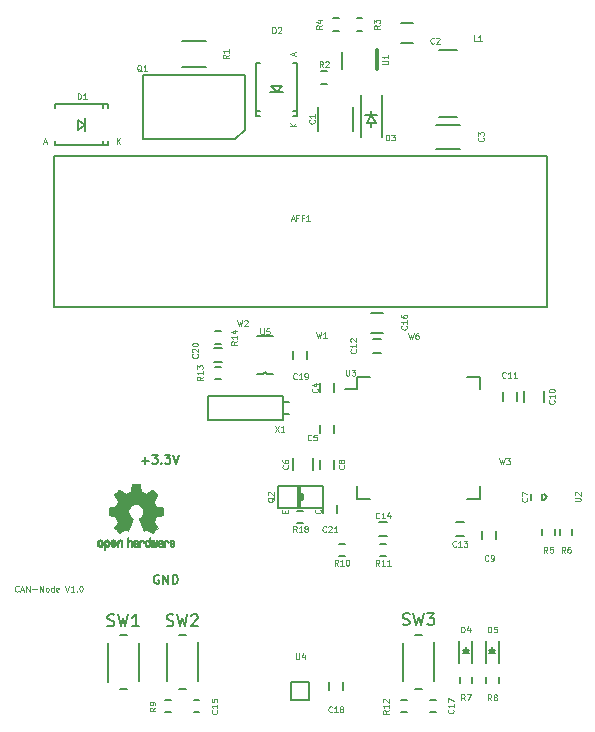
<source format=gbr>
G04 #@! TF.GenerationSoftware,KiCad,Pcbnew,no-vcs-found-7433~57~ubuntu16.10.1*
G04 #@! TF.CreationDate,2017-01-11T21:44:38+01:00*
G04 #@! TF.ProjectId,can-node,63616E2D6E6F64652E6B696361645F70,rev?*
G04 #@! TF.FileFunction,Legend,Top*
G04 #@! TF.FilePolarity,Positive*
%FSLAX46Y46*%
G04 Gerber Fmt 4.6, Leading zero omitted, Abs format (unit mm)*
G04 Created by KiCad (PCBNEW no-vcs-found-7433~57~ubuntu16.10.1) date Wed Jan 11 21:44:38 2017*
%MOMM*%
%LPD*%
G01*
G04 APERTURE LIST*
%ADD10C,0.100000*%
%ADD11C,0.125000*%
%ADD12C,0.150000*%
%ADD13C,0.300000*%
%ADD14C,0.200000*%
%ADD15C,0.010000*%
G04 APERTURE END LIST*
D10*
D11*
X121138476Y-113970571D02*
X121114666Y-113994380D01*
X121043238Y-114018190D01*
X120995619Y-114018190D01*
X120924190Y-113994380D01*
X120876571Y-113946761D01*
X120852761Y-113899142D01*
X120828952Y-113803904D01*
X120828952Y-113732476D01*
X120852761Y-113637238D01*
X120876571Y-113589619D01*
X120924190Y-113542000D01*
X120995619Y-113518190D01*
X121043238Y-113518190D01*
X121114666Y-113542000D01*
X121138476Y-113565809D01*
X121328952Y-113875333D02*
X121567047Y-113875333D01*
X121281333Y-114018190D02*
X121448000Y-113518190D01*
X121614666Y-114018190D01*
X121781333Y-114018190D02*
X121781333Y-113518190D01*
X122067047Y-114018190D01*
X122067047Y-113518190D01*
X122305142Y-113827714D02*
X122686095Y-113827714D01*
X122924190Y-114018190D02*
X122924190Y-113518190D01*
X123209904Y-114018190D01*
X123209904Y-113518190D01*
X123519428Y-114018190D02*
X123471809Y-113994380D01*
X123448000Y-113970571D01*
X123424190Y-113922952D01*
X123424190Y-113780095D01*
X123448000Y-113732476D01*
X123471809Y-113708666D01*
X123519428Y-113684857D01*
X123590857Y-113684857D01*
X123638476Y-113708666D01*
X123662285Y-113732476D01*
X123686095Y-113780095D01*
X123686095Y-113922952D01*
X123662285Y-113970571D01*
X123638476Y-113994380D01*
X123590857Y-114018190D01*
X123519428Y-114018190D01*
X124114666Y-114018190D02*
X124114666Y-113518190D01*
X124114666Y-113994380D02*
X124067047Y-114018190D01*
X123971809Y-114018190D01*
X123924190Y-113994380D01*
X123900380Y-113970571D01*
X123876571Y-113922952D01*
X123876571Y-113780095D01*
X123900380Y-113732476D01*
X123924190Y-113708666D01*
X123971809Y-113684857D01*
X124067047Y-113684857D01*
X124114666Y-113708666D01*
X124543238Y-113994380D02*
X124495619Y-114018190D01*
X124400380Y-114018190D01*
X124352761Y-113994380D01*
X124328952Y-113946761D01*
X124328952Y-113756285D01*
X124352761Y-113708666D01*
X124400380Y-113684857D01*
X124495619Y-113684857D01*
X124543238Y-113708666D01*
X124567047Y-113756285D01*
X124567047Y-113803904D01*
X124328952Y-113851523D01*
X125090857Y-113518190D02*
X125257523Y-114018190D01*
X125424190Y-113518190D01*
X125852761Y-114018190D02*
X125567047Y-114018190D01*
X125709904Y-114018190D02*
X125709904Y-113518190D01*
X125662285Y-113589619D01*
X125614666Y-113637238D01*
X125567047Y-113661047D01*
X126067047Y-113970571D02*
X126090857Y-113994380D01*
X126067047Y-114018190D01*
X126043238Y-113994380D01*
X126067047Y-113970571D01*
X126067047Y-114018190D01*
X126400380Y-113518190D02*
X126448000Y-113518190D01*
X126495619Y-113542000D01*
X126519428Y-113565809D01*
X126543238Y-113613428D01*
X126567047Y-113708666D01*
X126567047Y-113827714D01*
X126543238Y-113922952D01*
X126519428Y-113970571D01*
X126495619Y-113994380D01*
X126448000Y-114018190D01*
X126400380Y-114018190D01*
X126352761Y-113994380D01*
X126328952Y-113970571D01*
X126305142Y-113922952D01*
X126281333Y-113827714D01*
X126281333Y-113708666D01*
X126305142Y-113613428D01*
X126328952Y-113565809D01*
X126352761Y-113542000D01*
X126400380Y-113518190D01*
D12*
X131596000Y-102923571D02*
X132167428Y-102923571D01*
X131881714Y-103209285D02*
X131881714Y-102637857D01*
X132453142Y-102459285D02*
X132917428Y-102459285D01*
X132667428Y-102745000D01*
X132774571Y-102745000D01*
X132846000Y-102780714D01*
X132881714Y-102816428D01*
X132917428Y-102887857D01*
X132917428Y-103066428D01*
X132881714Y-103137857D01*
X132846000Y-103173571D01*
X132774571Y-103209285D01*
X132560285Y-103209285D01*
X132488857Y-103173571D01*
X132453142Y-103137857D01*
X133238857Y-103137857D02*
X133274571Y-103173571D01*
X133238857Y-103209285D01*
X133203142Y-103173571D01*
X133238857Y-103137857D01*
X133238857Y-103209285D01*
X133524571Y-102459285D02*
X133988857Y-102459285D01*
X133738857Y-102745000D01*
X133846000Y-102745000D01*
X133917428Y-102780714D01*
X133953142Y-102816428D01*
X133988857Y-102887857D01*
X133988857Y-103066428D01*
X133953142Y-103137857D01*
X133917428Y-103173571D01*
X133846000Y-103209285D01*
X133631714Y-103209285D01*
X133560285Y-103173571D01*
X133524571Y-103137857D01*
X134203142Y-102459285D02*
X134453142Y-103209285D01*
X134703142Y-102459285D01*
X133032571Y-112655000D02*
X132961142Y-112619285D01*
X132854000Y-112619285D01*
X132746857Y-112655000D01*
X132675428Y-112726428D01*
X132639714Y-112797857D01*
X132604000Y-112940714D01*
X132604000Y-113047857D01*
X132639714Y-113190714D01*
X132675428Y-113262142D01*
X132746857Y-113333571D01*
X132854000Y-113369285D01*
X132925428Y-113369285D01*
X133032571Y-113333571D01*
X133068285Y-113297857D01*
X133068285Y-113047857D01*
X132925428Y-113047857D01*
X133389714Y-113369285D02*
X133389714Y-112619285D01*
X133818285Y-113369285D01*
X133818285Y-112619285D01*
X134175428Y-113369285D02*
X134175428Y-112619285D01*
X134354000Y-112619285D01*
X134461142Y-112655000D01*
X134532571Y-112726428D01*
X134568285Y-112797857D01*
X134604000Y-112940714D01*
X134604000Y-113047857D01*
X134568285Y-113190714D01*
X134532571Y-113262142D01*
X134461142Y-113333571D01*
X134354000Y-113369285D01*
X134175428Y-113369285D01*
X148500000Y-69800000D02*
X148500000Y-68300000D01*
D13*
X151500000Y-69800000D02*
X151500000Y-68200000D01*
D12*
X140300000Y-70295000D02*
X140300000Y-74905000D01*
X131700000Y-70295000D02*
X140300000Y-70295000D01*
X131700000Y-75705000D02*
X131700000Y-70295000D01*
X139500000Y-75705000D02*
X131700000Y-75705000D01*
X140300000Y-74905000D02*
X139500000Y-75705000D01*
X165900000Y-89900000D02*
X124100000Y-89900000D01*
X165900000Y-77100000D02*
X165900000Y-89900000D01*
X124100000Y-77100000D02*
X165900000Y-77100000D01*
X124100000Y-89900000D02*
X124100000Y-77100000D01*
X145600000Y-93650000D02*
X145600000Y-94350000D01*
X144400000Y-94350000D02*
X144400000Y-93650000D01*
X138250000Y-91975000D02*
X137750000Y-91975000D01*
X137750000Y-93025000D02*
X138250000Y-93025000D01*
X138250000Y-94975000D02*
X137750000Y-94975000D01*
X137750000Y-96025000D02*
X138250000Y-96025000D01*
X137650000Y-93400000D02*
X138350000Y-93400000D01*
X138350000Y-94600000D02*
X137650000Y-94600000D01*
D14*
X143500000Y-97500000D02*
X137200000Y-97500000D01*
X137200000Y-97500000D02*
X137200000Y-99500000D01*
X137200000Y-99500000D02*
X143500000Y-99500000D01*
X143500000Y-99500000D02*
X143500000Y-97500000D01*
X143500000Y-98000000D02*
X144000000Y-98000000D01*
X143500000Y-99000000D02*
X144000000Y-99000000D01*
D12*
X152000000Y-90400000D02*
X151000000Y-90400000D01*
X151000000Y-92100000D02*
X152000000Y-92100000D01*
X149825000Y-95825000D02*
X149825000Y-96825000D01*
X160175000Y-95825000D02*
X160175000Y-96900000D01*
X160175000Y-106175000D02*
X160175000Y-105100000D01*
X149825000Y-106175000D02*
X149825000Y-105100000D01*
X149825000Y-95825000D02*
X150900000Y-95825000D01*
X149825000Y-106175000D02*
X150900000Y-106175000D01*
X160175000Y-106175000D02*
X159100000Y-106175000D01*
X160175000Y-95825000D02*
X159100000Y-95825000D01*
X149825000Y-96825000D02*
X148800000Y-96825000D01*
X156450000Y-123225000D02*
X155950000Y-123225000D01*
X155950000Y-124175000D02*
X156450000Y-124175000D01*
X141800000Y-95600000D02*
X142000000Y-95400000D01*
X142000000Y-95400000D02*
X142200000Y-95600000D01*
X142200000Y-95600000D02*
X142650000Y-95600000D01*
X142650000Y-92400000D02*
X141350000Y-92400000D01*
X141350000Y-95600000D02*
X141800000Y-95600000D01*
X149475000Y-75000000D02*
X149475000Y-73000000D01*
X146525000Y-73000000D02*
X146525000Y-75000000D01*
X153500000Y-67600000D02*
X154500000Y-67600000D01*
X154500000Y-65900000D02*
X153500000Y-65900000D01*
X156500000Y-76525000D02*
X158500000Y-76525000D01*
X158500000Y-74475000D02*
X156500000Y-74475000D01*
X144400000Y-102750000D02*
X144400000Y-103750000D01*
X146100000Y-103750000D02*
X146100000Y-102750000D01*
X165475000Y-106250000D02*
X165475000Y-105750000D01*
X164525000Y-105750000D02*
X164525000Y-106250000D01*
X165600000Y-98000000D02*
X165600000Y-97000000D01*
X163900000Y-97000000D02*
X163900000Y-98000000D01*
X136450000Y-123225000D02*
X135950000Y-123225000D01*
X135950000Y-124175000D02*
X136450000Y-124175000D01*
X126750000Y-74500000D02*
X126200000Y-74950000D01*
X126200000Y-74950000D02*
X126200000Y-74050000D01*
X126200000Y-74050000D02*
X126750000Y-74500000D01*
X126750000Y-75050000D02*
X126750000Y-73950000D01*
X128299140Y-72749940D02*
X128299140Y-73100460D01*
X128299140Y-76250060D02*
X128299140Y-75899540D01*
X124249560Y-72749940D02*
X124249560Y-73100460D01*
X128750440Y-72749940D02*
X128750440Y-73100460D01*
X128750440Y-76250060D02*
X128750440Y-75899540D01*
X124249560Y-76250060D02*
X124249560Y-75899540D01*
X128750440Y-72749940D02*
X124249560Y-72749940D01*
X128750440Y-76250060D02*
X124249560Y-76250060D01*
X143000000Y-71750000D02*
X142550000Y-71200000D01*
X142550000Y-71200000D02*
X143450000Y-71200000D01*
X143450000Y-71200000D02*
X143000000Y-71750000D01*
X142450000Y-71750000D02*
X143550000Y-71750000D01*
X144750060Y-73299140D02*
X144399540Y-73299140D01*
X141249940Y-73299140D02*
X141600460Y-73299140D01*
X144750060Y-69249560D02*
X144399540Y-69249560D01*
X144750060Y-73750440D02*
X144399540Y-73750440D01*
X141249940Y-73750440D02*
X141600460Y-73750440D01*
X141249940Y-69249560D02*
X141600460Y-69249560D01*
X144750060Y-73750440D02*
X144750060Y-69249560D01*
X141249940Y-73750440D02*
X141249940Y-69249560D01*
X151900000Y-72000000D02*
X151900000Y-75540000D01*
X150100000Y-72000000D02*
X150100000Y-75540000D01*
X151508000Y-73682500D02*
X150492000Y-73682500D01*
X150619000Y-74317500D02*
X151000000Y-73682500D01*
X151381000Y-74317500D02*
X150619000Y-74317500D01*
X151000000Y-73682500D02*
X151381000Y-74317500D01*
X151000000Y-73301500D02*
X151000000Y-73682500D01*
X151000000Y-74317500D02*
X151000000Y-74698500D01*
X159550000Y-120100000D02*
X159550000Y-118200000D01*
X158450000Y-120100000D02*
X158450000Y-118200000D01*
X159000000Y-119200000D02*
X159000000Y-118750000D01*
X158750000Y-119250000D02*
X159250000Y-119250000D01*
X159000000Y-119250000D02*
X158750000Y-119000000D01*
X158750000Y-119000000D02*
X159250000Y-119000000D01*
X159250000Y-119000000D02*
X159000000Y-119250000D01*
X161800000Y-120100700D02*
X161800000Y-118200700D01*
X160700000Y-120100700D02*
X160700000Y-118200700D01*
X161250000Y-119200700D02*
X161250000Y-118750700D01*
X161000000Y-119250700D02*
X161500000Y-119250700D01*
X161250000Y-119250700D02*
X161000000Y-119000700D01*
X161000000Y-119000700D02*
X161500000Y-119000700D01*
X161500000Y-119000700D02*
X161250000Y-119250700D01*
X156700000Y-73800000D02*
X158300000Y-73800000D01*
X156700000Y-68200000D02*
X158300000Y-68200000D01*
X135000000Y-67425000D02*
X137000000Y-67425000D01*
X137000000Y-69575000D02*
X135000000Y-69575000D01*
X147250000Y-69975000D02*
X146750000Y-69975000D01*
X146750000Y-71025000D02*
X147250000Y-71025000D01*
X149750000Y-66525000D02*
X150250000Y-66525000D01*
X150250000Y-65475000D02*
X149750000Y-65475000D01*
X147750000Y-66525000D02*
X148250000Y-66525000D01*
X148250000Y-65475000D02*
X147750000Y-65475000D01*
X165475000Y-108750000D02*
X165475000Y-109250000D01*
X166525000Y-109250000D02*
X166525000Y-108750000D01*
X166975000Y-108750000D02*
X166975000Y-109250000D01*
X168025000Y-109250000D02*
X168025000Y-108750000D01*
X158475000Y-121250000D02*
X158475000Y-121750000D01*
X159525000Y-121750000D02*
X159525000Y-121250000D01*
X160725000Y-121250000D02*
X160725000Y-121750000D01*
X161775000Y-121750000D02*
X161775000Y-121250000D01*
X134050000Y-123175000D02*
X133550000Y-123175000D01*
X133550000Y-124225000D02*
X134050000Y-124225000D01*
X148750000Y-109975000D02*
X148250000Y-109975000D01*
X148250000Y-111025000D02*
X148750000Y-111025000D01*
X151750000Y-111025000D02*
X152250000Y-111025000D01*
X152250000Y-109975000D02*
X151750000Y-109975000D01*
X153550000Y-124225000D02*
X154050000Y-124225000D01*
X154050000Y-123175000D02*
X153550000Y-123175000D01*
X136300000Y-121600000D02*
X136300000Y-118300000D01*
X133700000Y-121600000D02*
X133700000Y-118400000D01*
X134700000Y-117700000D02*
X135300000Y-117700000D01*
X135300000Y-122300000D02*
X134700000Y-122300000D01*
X156300000Y-121600000D02*
X156300000Y-118300000D01*
X153700000Y-121600000D02*
X153700000Y-118400000D01*
X154700000Y-117700000D02*
X155300000Y-117700000D01*
X155300000Y-122300000D02*
X154700000Y-122300000D01*
X165850000Y-106000000D02*
X165600000Y-105750000D01*
X165600000Y-106250000D02*
X165850000Y-106000000D01*
D15*
G36*
X128663744Y-109615918D02*
X128719201Y-109643568D01*
X128768148Y-109694480D01*
X128781629Y-109713338D01*
X128796314Y-109738015D01*
X128805842Y-109764816D01*
X128811293Y-109800587D01*
X128813747Y-109852169D01*
X128814286Y-109920267D01*
X128811852Y-110013588D01*
X128803394Y-110083657D01*
X128787174Y-110135931D01*
X128761454Y-110175869D01*
X128724497Y-110208929D01*
X128721782Y-110210886D01*
X128685360Y-110230908D01*
X128641502Y-110240815D01*
X128585724Y-110243257D01*
X128495048Y-110243257D01*
X128495010Y-110331283D01*
X128494166Y-110380308D01*
X128489024Y-110409065D01*
X128475587Y-110426311D01*
X128449858Y-110440808D01*
X128443679Y-110443769D01*
X128414764Y-110457648D01*
X128392376Y-110466414D01*
X128375729Y-110467171D01*
X128364036Y-110457023D01*
X128356510Y-110433073D01*
X128352366Y-110392426D01*
X128350815Y-110332186D01*
X128351071Y-110249455D01*
X128352349Y-110141339D01*
X128352748Y-110109000D01*
X128354185Y-109997524D01*
X128355472Y-109924603D01*
X128494971Y-109924603D01*
X128495755Y-109986499D01*
X128499240Y-110026997D01*
X128507124Y-110053708D01*
X128521105Y-110074244D01*
X128530597Y-110084260D01*
X128569404Y-110113567D01*
X128603763Y-110115952D01*
X128639216Y-110091750D01*
X128640114Y-110090857D01*
X128654539Y-110072153D01*
X128663313Y-110046732D01*
X128667739Y-110007584D01*
X128669118Y-109947697D01*
X128669143Y-109934430D01*
X128665812Y-109851901D01*
X128654969Y-109794691D01*
X128635340Y-109759766D01*
X128605650Y-109744094D01*
X128588491Y-109742514D01*
X128547766Y-109749926D01*
X128519832Y-109774330D01*
X128503017Y-109818980D01*
X128495650Y-109887130D01*
X128494971Y-109924603D01*
X128355472Y-109924603D01*
X128355708Y-109911245D01*
X128357677Y-109846333D01*
X128360450Y-109798958D01*
X128364388Y-109765290D01*
X128369849Y-109741498D01*
X128377192Y-109723753D01*
X128386777Y-109708224D01*
X128390887Y-109702381D01*
X128445405Y-109647185D01*
X128514336Y-109615890D01*
X128594072Y-109607165D01*
X128663744Y-109615918D01*
X128663744Y-109615918D01*
G37*
X128663744Y-109615918D02*
X128719201Y-109643568D01*
X128768148Y-109694480D01*
X128781629Y-109713338D01*
X128796314Y-109738015D01*
X128805842Y-109764816D01*
X128811293Y-109800587D01*
X128813747Y-109852169D01*
X128814286Y-109920267D01*
X128811852Y-110013588D01*
X128803394Y-110083657D01*
X128787174Y-110135931D01*
X128761454Y-110175869D01*
X128724497Y-110208929D01*
X128721782Y-110210886D01*
X128685360Y-110230908D01*
X128641502Y-110240815D01*
X128585724Y-110243257D01*
X128495048Y-110243257D01*
X128495010Y-110331283D01*
X128494166Y-110380308D01*
X128489024Y-110409065D01*
X128475587Y-110426311D01*
X128449858Y-110440808D01*
X128443679Y-110443769D01*
X128414764Y-110457648D01*
X128392376Y-110466414D01*
X128375729Y-110467171D01*
X128364036Y-110457023D01*
X128356510Y-110433073D01*
X128352366Y-110392426D01*
X128350815Y-110332186D01*
X128351071Y-110249455D01*
X128352349Y-110141339D01*
X128352748Y-110109000D01*
X128354185Y-109997524D01*
X128355472Y-109924603D01*
X128494971Y-109924603D01*
X128495755Y-109986499D01*
X128499240Y-110026997D01*
X128507124Y-110053708D01*
X128521105Y-110074244D01*
X128530597Y-110084260D01*
X128569404Y-110113567D01*
X128603763Y-110115952D01*
X128639216Y-110091750D01*
X128640114Y-110090857D01*
X128654539Y-110072153D01*
X128663313Y-110046732D01*
X128667739Y-110007584D01*
X128669118Y-109947697D01*
X128669143Y-109934430D01*
X128665812Y-109851901D01*
X128654969Y-109794691D01*
X128635340Y-109759766D01*
X128605650Y-109744094D01*
X128588491Y-109742514D01*
X128547766Y-109749926D01*
X128519832Y-109774330D01*
X128503017Y-109818980D01*
X128495650Y-109887130D01*
X128494971Y-109924603D01*
X128355472Y-109924603D01*
X128355708Y-109911245D01*
X128357677Y-109846333D01*
X128360450Y-109798958D01*
X128364388Y-109765290D01*
X128369849Y-109741498D01*
X128377192Y-109723753D01*
X128386777Y-109708224D01*
X128390887Y-109702381D01*
X128445405Y-109647185D01*
X128514336Y-109615890D01*
X128594072Y-109607165D01*
X128663744Y-109615918D01*
G36*
X129780093Y-109623780D02*
X129826672Y-109650723D01*
X129859057Y-109677466D01*
X129882742Y-109705484D01*
X129899059Y-109739748D01*
X129909339Y-109785227D01*
X129914914Y-109846892D01*
X129917116Y-109929711D01*
X129917371Y-109989246D01*
X129917371Y-110208391D01*
X129855686Y-110236044D01*
X129794000Y-110263697D01*
X129786743Y-110023670D01*
X129783744Y-109934028D01*
X129780598Y-109868962D01*
X129776701Y-109824026D01*
X129771447Y-109794770D01*
X129764231Y-109776748D01*
X129754450Y-109765511D01*
X129751312Y-109763079D01*
X129703761Y-109744083D01*
X129655697Y-109751600D01*
X129627086Y-109771543D01*
X129615447Y-109785675D01*
X129607391Y-109804220D01*
X129602271Y-109832334D01*
X129599441Y-109875173D01*
X129598256Y-109937895D01*
X129598057Y-110003261D01*
X129598018Y-110085268D01*
X129596614Y-110143316D01*
X129591914Y-110182465D01*
X129581987Y-110207780D01*
X129564903Y-110224323D01*
X129538732Y-110237156D01*
X129503775Y-110250491D01*
X129465596Y-110265007D01*
X129470141Y-110007389D01*
X129471971Y-109914519D01*
X129474112Y-109845889D01*
X129477181Y-109796711D01*
X129481794Y-109762198D01*
X129488568Y-109737562D01*
X129498119Y-109718016D01*
X129509634Y-109700770D01*
X129565190Y-109645680D01*
X129632980Y-109613822D01*
X129706713Y-109606191D01*
X129780093Y-109623780D01*
X129780093Y-109623780D01*
G37*
X129780093Y-109623780D02*
X129826672Y-109650723D01*
X129859057Y-109677466D01*
X129882742Y-109705484D01*
X129899059Y-109739748D01*
X129909339Y-109785227D01*
X129914914Y-109846892D01*
X129917116Y-109929711D01*
X129917371Y-109989246D01*
X129917371Y-110208391D01*
X129855686Y-110236044D01*
X129794000Y-110263697D01*
X129786743Y-110023670D01*
X129783744Y-109934028D01*
X129780598Y-109868962D01*
X129776701Y-109824026D01*
X129771447Y-109794770D01*
X129764231Y-109776748D01*
X129754450Y-109765511D01*
X129751312Y-109763079D01*
X129703761Y-109744083D01*
X129655697Y-109751600D01*
X129627086Y-109771543D01*
X129615447Y-109785675D01*
X129607391Y-109804220D01*
X129602271Y-109832334D01*
X129599441Y-109875173D01*
X129598256Y-109937895D01*
X129598057Y-110003261D01*
X129598018Y-110085268D01*
X129596614Y-110143316D01*
X129591914Y-110182465D01*
X129581987Y-110207780D01*
X129564903Y-110224323D01*
X129538732Y-110237156D01*
X129503775Y-110250491D01*
X129465596Y-110265007D01*
X129470141Y-110007389D01*
X129471971Y-109914519D01*
X129474112Y-109845889D01*
X129477181Y-109796711D01*
X129481794Y-109762198D01*
X129488568Y-109737562D01*
X129498119Y-109718016D01*
X129509634Y-109700770D01*
X129565190Y-109645680D01*
X129632980Y-109613822D01*
X129706713Y-109606191D01*
X129780093Y-109623780D01*
G36*
X128105115Y-109617962D02*
X128173145Y-109653733D01*
X128223351Y-109711301D01*
X128241185Y-109748312D01*
X128255063Y-109803882D01*
X128262167Y-109874096D01*
X128262840Y-109950727D01*
X128257427Y-110025552D01*
X128246270Y-110090342D01*
X128229714Y-110136873D01*
X128224626Y-110144887D01*
X128164355Y-110204707D01*
X128092769Y-110240535D01*
X128015092Y-110251020D01*
X127936548Y-110234810D01*
X127914689Y-110225092D01*
X127872122Y-110195143D01*
X127834763Y-110155433D01*
X127831232Y-110150397D01*
X127816881Y-110126124D01*
X127807394Y-110100178D01*
X127801790Y-110066022D01*
X127799086Y-110017119D01*
X127798299Y-109946935D01*
X127798286Y-109931200D01*
X127798322Y-109926192D01*
X127943429Y-109926192D01*
X127944273Y-109992430D01*
X127947596Y-110036386D01*
X127954583Y-110064779D01*
X127966416Y-110084325D01*
X127972457Y-110090857D01*
X128007186Y-110115680D01*
X128040903Y-110114548D01*
X128074995Y-110093016D01*
X128095329Y-110070029D01*
X128107371Y-110036478D01*
X128114134Y-109983569D01*
X128114598Y-109977399D01*
X128115752Y-109881513D01*
X128103688Y-109810299D01*
X128078570Y-109764194D01*
X128040560Y-109743635D01*
X128026992Y-109742514D01*
X127991364Y-109748152D01*
X127966994Y-109767686D01*
X127952093Y-109805042D01*
X127944875Y-109864150D01*
X127943429Y-109926192D01*
X127798322Y-109926192D01*
X127798826Y-109856413D01*
X127801096Y-109804159D01*
X127806068Y-109767949D01*
X127814713Y-109741299D01*
X127828005Y-109717722D01*
X127830943Y-109713338D01*
X127880313Y-109654249D01*
X127934109Y-109619947D01*
X127999602Y-109606331D01*
X128021842Y-109605665D01*
X128105115Y-109617962D01*
X128105115Y-109617962D01*
G37*
X128105115Y-109617962D02*
X128173145Y-109653733D01*
X128223351Y-109711301D01*
X128241185Y-109748312D01*
X128255063Y-109803882D01*
X128262167Y-109874096D01*
X128262840Y-109950727D01*
X128257427Y-110025552D01*
X128246270Y-110090342D01*
X128229714Y-110136873D01*
X128224626Y-110144887D01*
X128164355Y-110204707D01*
X128092769Y-110240535D01*
X128015092Y-110251020D01*
X127936548Y-110234810D01*
X127914689Y-110225092D01*
X127872122Y-110195143D01*
X127834763Y-110155433D01*
X127831232Y-110150397D01*
X127816881Y-110126124D01*
X127807394Y-110100178D01*
X127801790Y-110066022D01*
X127799086Y-110017119D01*
X127798299Y-109946935D01*
X127798286Y-109931200D01*
X127798322Y-109926192D01*
X127943429Y-109926192D01*
X127944273Y-109992430D01*
X127947596Y-110036386D01*
X127954583Y-110064779D01*
X127966416Y-110084325D01*
X127972457Y-110090857D01*
X128007186Y-110115680D01*
X128040903Y-110114548D01*
X128074995Y-110093016D01*
X128095329Y-110070029D01*
X128107371Y-110036478D01*
X128114134Y-109983569D01*
X128114598Y-109977399D01*
X128115752Y-109881513D01*
X128103688Y-109810299D01*
X128078570Y-109764194D01*
X128040560Y-109743635D01*
X128026992Y-109742514D01*
X127991364Y-109748152D01*
X127966994Y-109767686D01*
X127952093Y-109805042D01*
X127944875Y-109864150D01*
X127943429Y-109926192D01*
X127798322Y-109926192D01*
X127798826Y-109856413D01*
X127801096Y-109804159D01*
X127806068Y-109767949D01*
X127814713Y-109741299D01*
X127828005Y-109717722D01*
X127830943Y-109713338D01*
X127880313Y-109654249D01*
X127934109Y-109619947D01*
X127999602Y-109606331D01*
X128021842Y-109605665D01*
X128105115Y-109617962D01*
G36*
X129232303Y-109627239D02*
X129289527Y-109665735D01*
X129333749Y-109721335D01*
X129360167Y-109792086D01*
X129365510Y-109844162D01*
X129364903Y-109865893D01*
X129359822Y-109882531D01*
X129345855Y-109897437D01*
X129318589Y-109913973D01*
X129273612Y-109935498D01*
X129206511Y-109965374D01*
X129206171Y-109965524D01*
X129144407Y-109993813D01*
X129093759Y-110018933D01*
X129059404Y-110038179D01*
X129046518Y-110048848D01*
X129046514Y-110048934D01*
X129057872Y-110072166D01*
X129084431Y-110097774D01*
X129114923Y-110116221D01*
X129130370Y-110119886D01*
X129172515Y-110107212D01*
X129208808Y-110075471D01*
X129226517Y-110040572D01*
X129243552Y-110014845D01*
X129276922Y-109985546D01*
X129316149Y-109960235D01*
X129350756Y-109946471D01*
X129357993Y-109945714D01*
X129366139Y-109958160D01*
X129366630Y-109989972D01*
X129360643Y-110032866D01*
X129349357Y-110078558D01*
X129333950Y-110118761D01*
X129333171Y-110120322D01*
X129286804Y-110185062D01*
X129226711Y-110229097D01*
X129158465Y-110250711D01*
X129087638Y-110248185D01*
X129019804Y-110219804D01*
X129016788Y-110217808D01*
X128963427Y-110169448D01*
X128928340Y-110106352D01*
X128908922Y-110023387D01*
X128906316Y-110000078D01*
X128901701Y-109890055D01*
X128907233Y-109838748D01*
X129046514Y-109838748D01*
X129048324Y-109870753D01*
X129058222Y-109880093D01*
X129082898Y-109873105D01*
X129121795Y-109856587D01*
X129165275Y-109835881D01*
X129166356Y-109835333D01*
X129203209Y-109815949D01*
X129218000Y-109803013D01*
X129214353Y-109789451D01*
X129198995Y-109771632D01*
X129159923Y-109745845D01*
X129117846Y-109743950D01*
X129080103Y-109762717D01*
X129054034Y-109798915D01*
X129046514Y-109838748D01*
X128907233Y-109838748D01*
X128911194Y-109802027D01*
X128935550Y-109732212D01*
X128969456Y-109683302D01*
X129030653Y-109633878D01*
X129098063Y-109609359D01*
X129166880Y-109607797D01*
X129232303Y-109627239D01*
X129232303Y-109627239D01*
G37*
X129232303Y-109627239D02*
X129289527Y-109665735D01*
X129333749Y-109721335D01*
X129360167Y-109792086D01*
X129365510Y-109844162D01*
X129364903Y-109865893D01*
X129359822Y-109882531D01*
X129345855Y-109897437D01*
X129318589Y-109913973D01*
X129273612Y-109935498D01*
X129206511Y-109965374D01*
X129206171Y-109965524D01*
X129144407Y-109993813D01*
X129093759Y-110018933D01*
X129059404Y-110038179D01*
X129046518Y-110048848D01*
X129046514Y-110048934D01*
X129057872Y-110072166D01*
X129084431Y-110097774D01*
X129114923Y-110116221D01*
X129130370Y-110119886D01*
X129172515Y-110107212D01*
X129208808Y-110075471D01*
X129226517Y-110040572D01*
X129243552Y-110014845D01*
X129276922Y-109985546D01*
X129316149Y-109960235D01*
X129350756Y-109946471D01*
X129357993Y-109945714D01*
X129366139Y-109958160D01*
X129366630Y-109989972D01*
X129360643Y-110032866D01*
X129349357Y-110078558D01*
X129333950Y-110118761D01*
X129333171Y-110120322D01*
X129286804Y-110185062D01*
X129226711Y-110229097D01*
X129158465Y-110250711D01*
X129087638Y-110248185D01*
X129019804Y-110219804D01*
X129016788Y-110217808D01*
X128963427Y-110169448D01*
X128928340Y-110106352D01*
X128908922Y-110023387D01*
X128906316Y-110000078D01*
X128901701Y-109890055D01*
X128907233Y-109838748D01*
X129046514Y-109838748D01*
X129048324Y-109870753D01*
X129058222Y-109880093D01*
X129082898Y-109873105D01*
X129121795Y-109856587D01*
X129165275Y-109835881D01*
X129166356Y-109835333D01*
X129203209Y-109815949D01*
X129218000Y-109803013D01*
X129214353Y-109789451D01*
X129198995Y-109771632D01*
X129159923Y-109745845D01*
X129117846Y-109743950D01*
X129080103Y-109762717D01*
X129054034Y-109798915D01*
X129046514Y-109838748D01*
X128907233Y-109838748D01*
X128911194Y-109802027D01*
X128935550Y-109732212D01*
X128969456Y-109683302D01*
X129030653Y-109633878D01*
X129098063Y-109609359D01*
X129166880Y-109607797D01*
X129232303Y-109627239D01*
G36*
X130439886Y-109547289D02*
X130444139Y-109606613D01*
X130449025Y-109641572D01*
X130455795Y-109656820D01*
X130465702Y-109657015D01*
X130468914Y-109655195D01*
X130511644Y-109642015D01*
X130567227Y-109642785D01*
X130623737Y-109656333D01*
X130659082Y-109673861D01*
X130695321Y-109701861D01*
X130721813Y-109733549D01*
X130739999Y-109773813D01*
X130751322Y-109827543D01*
X130757222Y-109899626D01*
X130759143Y-109994951D01*
X130759177Y-110013237D01*
X130759200Y-110218646D01*
X130713491Y-110234580D01*
X130681027Y-110245420D01*
X130663215Y-110250468D01*
X130662691Y-110250514D01*
X130660937Y-110236828D01*
X130659444Y-110199076D01*
X130658326Y-110142224D01*
X130657697Y-110071234D01*
X130657600Y-110028073D01*
X130657398Y-109942973D01*
X130656358Y-109881981D01*
X130653831Y-109840177D01*
X130649164Y-109812642D01*
X130641707Y-109794456D01*
X130630811Y-109780698D01*
X130624007Y-109774073D01*
X130577272Y-109747375D01*
X130526272Y-109745375D01*
X130480001Y-109767955D01*
X130471444Y-109776107D01*
X130458893Y-109791436D01*
X130450188Y-109809618D01*
X130444631Y-109835909D01*
X130441526Y-109875562D01*
X130440176Y-109933832D01*
X130439886Y-110014173D01*
X130439886Y-110218646D01*
X130394177Y-110234580D01*
X130361713Y-110245420D01*
X130343901Y-110250468D01*
X130343377Y-110250514D01*
X130342037Y-110236623D01*
X130340828Y-110197439D01*
X130339801Y-110136700D01*
X130339002Y-110058141D01*
X130338481Y-109965498D01*
X130338286Y-109862509D01*
X130338286Y-109465342D01*
X130385457Y-109445444D01*
X130432629Y-109425547D01*
X130439886Y-109547289D01*
X130439886Y-109547289D01*
G37*
X130439886Y-109547289D02*
X130444139Y-109606613D01*
X130449025Y-109641572D01*
X130455795Y-109656820D01*
X130465702Y-109657015D01*
X130468914Y-109655195D01*
X130511644Y-109642015D01*
X130567227Y-109642785D01*
X130623737Y-109656333D01*
X130659082Y-109673861D01*
X130695321Y-109701861D01*
X130721813Y-109733549D01*
X130739999Y-109773813D01*
X130751322Y-109827543D01*
X130757222Y-109899626D01*
X130759143Y-109994951D01*
X130759177Y-110013237D01*
X130759200Y-110218646D01*
X130713491Y-110234580D01*
X130681027Y-110245420D01*
X130663215Y-110250468D01*
X130662691Y-110250514D01*
X130660937Y-110236828D01*
X130659444Y-110199076D01*
X130658326Y-110142224D01*
X130657697Y-110071234D01*
X130657600Y-110028073D01*
X130657398Y-109942973D01*
X130656358Y-109881981D01*
X130653831Y-109840177D01*
X130649164Y-109812642D01*
X130641707Y-109794456D01*
X130630811Y-109780698D01*
X130624007Y-109774073D01*
X130577272Y-109747375D01*
X130526272Y-109745375D01*
X130480001Y-109767955D01*
X130471444Y-109776107D01*
X130458893Y-109791436D01*
X130450188Y-109809618D01*
X130444631Y-109835909D01*
X130441526Y-109875562D01*
X130440176Y-109933832D01*
X130439886Y-110014173D01*
X130439886Y-110218646D01*
X130394177Y-110234580D01*
X130361713Y-110245420D01*
X130343901Y-110250468D01*
X130343377Y-110250514D01*
X130342037Y-110236623D01*
X130340828Y-110197439D01*
X130339801Y-110136700D01*
X130339002Y-110058141D01*
X130338481Y-109965498D01*
X130338286Y-109862509D01*
X130338286Y-109465342D01*
X130385457Y-109445444D01*
X130432629Y-109425547D01*
X130439886Y-109547289D01*
G36*
X131103744Y-109646968D02*
X131160616Y-109668087D01*
X131161267Y-109668493D01*
X131196440Y-109694380D01*
X131222407Y-109724633D01*
X131240670Y-109764058D01*
X131252732Y-109817462D01*
X131260096Y-109889651D01*
X131264264Y-109985432D01*
X131264629Y-109999078D01*
X131269876Y-110204842D01*
X131225716Y-110227678D01*
X131193763Y-110243110D01*
X131174470Y-110250423D01*
X131173578Y-110250514D01*
X131170239Y-110237022D01*
X131167587Y-110200626D01*
X131165956Y-110147452D01*
X131165600Y-110104393D01*
X131165592Y-110034641D01*
X131162403Y-109990837D01*
X131151288Y-109969944D01*
X131127501Y-109968925D01*
X131086296Y-109984741D01*
X131024086Y-110013815D01*
X130978341Y-110037963D01*
X130954813Y-110058913D01*
X130947896Y-110081747D01*
X130947886Y-110082877D01*
X130959299Y-110122212D01*
X130993092Y-110143462D01*
X131044809Y-110146539D01*
X131082061Y-110146006D01*
X131101703Y-110156735D01*
X131113952Y-110182505D01*
X131121002Y-110215337D01*
X131110842Y-110233966D01*
X131107017Y-110236632D01*
X131071001Y-110247340D01*
X131020566Y-110248856D01*
X130968626Y-110241759D01*
X130931822Y-110228788D01*
X130880938Y-110185585D01*
X130852014Y-110125446D01*
X130846286Y-110078462D01*
X130850657Y-110036082D01*
X130866475Y-110001488D01*
X130897797Y-109970763D01*
X130948678Y-109939990D01*
X131023176Y-109905252D01*
X131027714Y-109903288D01*
X131094821Y-109872287D01*
X131136232Y-109846862D01*
X131153981Y-109824014D01*
X131150107Y-109800745D01*
X131126643Y-109774056D01*
X131119627Y-109767914D01*
X131072630Y-109744100D01*
X131023933Y-109745103D01*
X130981522Y-109768451D01*
X130953384Y-109811675D01*
X130950769Y-109820160D01*
X130925308Y-109861308D01*
X130893001Y-109881128D01*
X130846286Y-109900770D01*
X130846286Y-109849950D01*
X130860496Y-109776082D01*
X130902675Y-109708327D01*
X130924624Y-109685661D01*
X130974517Y-109656569D01*
X131037967Y-109643400D01*
X131103744Y-109646968D01*
X131103744Y-109646968D01*
G37*
X131103744Y-109646968D02*
X131160616Y-109668087D01*
X131161267Y-109668493D01*
X131196440Y-109694380D01*
X131222407Y-109724633D01*
X131240670Y-109764058D01*
X131252732Y-109817462D01*
X131260096Y-109889651D01*
X131264264Y-109985432D01*
X131264629Y-109999078D01*
X131269876Y-110204842D01*
X131225716Y-110227678D01*
X131193763Y-110243110D01*
X131174470Y-110250423D01*
X131173578Y-110250514D01*
X131170239Y-110237022D01*
X131167587Y-110200626D01*
X131165956Y-110147452D01*
X131165600Y-110104393D01*
X131165592Y-110034641D01*
X131162403Y-109990837D01*
X131151288Y-109969944D01*
X131127501Y-109968925D01*
X131086296Y-109984741D01*
X131024086Y-110013815D01*
X130978341Y-110037963D01*
X130954813Y-110058913D01*
X130947896Y-110081747D01*
X130947886Y-110082877D01*
X130959299Y-110122212D01*
X130993092Y-110143462D01*
X131044809Y-110146539D01*
X131082061Y-110146006D01*
X131101703Y-110156735D01*
X131113952Y-110182505D01*
X131121002Y-110215337D01*
X131110842Y-110233966D01*
X131107017Y-110236632D01*
X131071001Y-110247340D01*
X131020566Y-110248856D01*
X130968626Y-110241759D01*
X130931822Y-110228788D01*
X130880938Y-110185585D01*
X130852014Y-110125446D01*
X130846286Y-110078462D01*
X130850657Y-110036082D01*
X130866475Y-110001488D01*
X130897797Y-109970763D01*
X130948678Y-109939990D01*
X131023176Y-109905252D01*
X131027714Y-109903288D01*
X131094821Y-109872287D01*
X131136232Y-109846862D01*
X131153981Y-109824014D01*
X131150107Y-109800745D01*
X131126643Y-109774056D01*
X131119627Y-109767914D01*
X131072630Y-109744100D01*
X131023933Y-109745103D01*
X130981522Y-109768451D01*
X130953384Y-109811675D01*
X130950769Y-109820160D01*
X130925308Y-109861308D01*
X130893001Y-109881128D01*
X130846286Y-109900770D01*
X130846286Y-109849950D01*
X130860496Y-109776082D01*
X130902675Y-109708327D01*
X130924624Y-109685661D01*
X130974517Y-109656569D01*
X131037967Y-109643400D01*
X131103744Y-109646968D01*
G36*
X131593926Y-109645755D02*
X131659858Y-109670084D01*
X131713273Y-109713117D01*
X131734164Y-109743409D01*
X131756939Y-109798994D01*
X131756466Y-109839186D01*
X131732562Y-109866217D01*
X131723717Y-109870813D01*
X131685530Y-109885144D01*
X131666028Y-109881472D01*
X131659422Y-109857407D01*
X131659086Y-109844114D01*
X131646992Y-109795210D01*
X131615471Y-109760999D01*
X131571659Y-109744476D01*
X131522695Y-109748634D01*
X131482894Y-109770227D01*
X131469450Y-109782544D01*
X131459921Y-109797487D01*
X131453485Y-109820075D01*
X131449317Y-109855328D01*
X131446597Y-109908266D01*
X131444502Y-109983907D01*
X131443960Y-110007857D01*
X131441981Y-110089790D01*
X131439731Y-110147455D01*
X131436357Y-110185608D01*
X131431006Y-110209004D01*
X131422824Y-110222398D01*
X131410959Y-110230545D01*
X131403362Y-110234144D01*
X131371102Y-110246452D01*
X131352111Y-110250514D01*
X131345836Y-110236948D01*
X131342006Y-110195934D01*
X131340600Y-110126999D01*
X131341598Y-110029669D01*
X131341908Y-110014657D01*
X131344101Y-109925859D01*
X131346693Y-109861019D01*
X131350382Y-109815067D01*
X131355864Y-109782935D01*
X131363835Y-109759553D01*
X131374993Y-109739852D01*
X131380830Y-109731410D01*
X131414296Y-109694057D01*
X131451727Y-109665003D01*
X131456309Y-109662467D01*
X131523426Y-109642443D01*
X131593926Y-109645755D01*
X131593926Y-109645755D01*
G37*
X131593926Y-109645755D02*
X131659858Y-109670084D01*
X131713273Y-109713117D01*
X131734164Y-109743409D01*
X131756939Y-109798994D01*
X131756466Y-109839186D01*
X131732562Y-109866217D01*
X131723717Y-109870813D01*
X131685530Y-109885144D01*
X131666028Y-109881472D01*
X131659422Y-109857407D01*
X131659086Y-109844114D01*
X131646992Y-109795210D01*
X131615471Y-109760999D01*
X131571659Y-109744476D01*
X131522695Y-109748634D01*
X131482894Y-109770227D01*
X131469450Y-109782544D01*
X131459921Y-109797487D01*
X131453485Y-109820075D01*
X131449317Y-109855328D01*
X131446597Y-109908266D01*
X131444502Y-109983907D01*
X131443960Y-110007857D01*
X131441981Y-110089790D01*
X131439731Y-110147455D01*
X131436357Y-110185608D01*
X131431006Y-110209004D01*
X131422824Y-110222398D01*
X131410959Y-110230545D01*
X131403362Y-110234144D01*
X131371102Y-110246452D01*
X131352111Y-110250514D01*
X131345836Y-110236948D01*
X131342006Y-110195934D01*
X131340600Y-110126999D01*
X131341598Y-110029669D01*
X131341908Y-110014657D01*
X131344101Y-109925859D01*
X131346693Y-109861019D01*
X131350382Y-109815067D01*
X131355864Y-109782935D01*
X131363835Y-109759553D01*
X131374993Y-109739852D01*
X131380830Y-109731410D01*
X131414296Y-109694057D01*
X131451727Y-109665003D01*
X131456309Y-109662467D01*
X131523426Y-109642443D01*
X131593926Y-109645755D01*
G36*
X132254117Y-109761358D02*
X132253933Y-109869837D01*
X132253219Y-109953287D01*
X132251675Y-110015704D01*
X132249001Y-110061085D01*
X132244894Y-110093429D01*
X132239055Y-110116733D01*
X132231182Y-110134995D01*
X132225221Y-110145418D01*
X132175855Y-110201945D01*
X132113264Y-110237377D01*
X132044013Y-110250090D01*
X131974668Y-110238463D01*
X131933375Y-110217568D01*
X131890025Y-110181422D01*
X131860481Y-110137276D01*
X131842655Y-110079462D01*
X131834463Y-110002313D01*
X131833302Y-109945714D01*
X131833458Y-109941647D01*
X131934857Y-109941647D01*
X131935476Y-110006550D01*
X131938314Y-110049514D01*
X131944840Y-110077622D01*
X131956523Y-110097953D01*
X131970483Y-110113288D01*
X132017365Y-110142890D01*
X132067701Y-110145419D01*
X132115276Y-110120705D01*
X132118979Y-110117356D01*
X132134783Y-110099935D01*
X132144693Y-110079209D01*
X132150058Y-110048362D01*
X132152228Y-110000577D01*
X132152571Y-109947748D01*
X132151827Y-109881381D01*
X132148748Y-109837106D01*
X132142061Y-109808009D01*
X132130496Y-109787173D01*
X132121013Y-109776107D01*
X132076960Y-109748198D01*
X132026224Y-109744843D01*
X131977796Y-109766159D01*
X131968450Y-109774073D01*
X131952540Y-109791647D01*
X131942610Y-109812587D01*
X131937278Y-109843782D01*
X131935163Y-109892122D01*
X131934857Y-109941647D01*
X131833458Y-109941647D01*
X131836810Y-109854568D01*
X131848726Y-109786086D01*
X131871135Y-109734600D01*
X131906124Y-109694443D01*
X131933375Y-109673861D01*
X131982907Y-109651625D01*
X132040316Y-109641304D01*
X132093682Y-109644067D01*
X132123543Y-109655212D01*
X132135261Y-109658383D01*
X132143037Y-109646557D01*
X132148465Y-109614866D01*
X132152571Y-109566593D01*
X132157067Y-109512829D01*
X132163313Y-109480482D01*
X132174676Y-109461985D01*
X132194528Y-109449770D01*
X132207000Y-109444362D01*
X132254171Y-109424601D01*
X132254117Y-109761358D01*
X132254117Y-109761358D01*
G37*
X132254117Y-109761358D02*
X132253933Y-109869837D01*
X132253219Y-109953287D01*
X132251675Y-110015704D01*
X132249001Y-110061085D01*
X132244894Y-110093429D01*
X132239055Y-110116733D01*
X132231182Y-110134995D01*
X132225221Y-110145418D01*
X132175855Y-110201945D01*
X132113264Y-110237377D01*
X132044013Y-110250090D01*
X131974668Y-110238463D01*
X131933375Y-110217568D01*
X131890025Y-110181422D01*
X131860481Y-110137276D01*
X131842655Y-110079462D01*
X131834463Y-110002313D01*
X131833302Y-109945714D01*
X131833458Y-109941647D01*
X131934857Y-109941647D01*
X131935476Y-110006550D01*
X131938314Y-110049514D01*
X131944840Y-110077622D01*
X131956523Y-110097953D01*
X131970483Y-110113288D01*
X132017365Y-110142890D01*
X132067701Y-110145419D01*
X132115276Y-110120705D01*
X132118979Y-110117356D01*
X132134783Y-110099935D01*
X132144693Y-110079209D01*
X132150058Y-110048362D01*
X132152228Y-110000577D01*
X132152571Y-109947748D01*
X132151827Y-109881381D01*
X132148748Y-109837106D01*
X132142061Y-109808009D01*
X132130496Y-109787173D01*
X132121013Y-109776107D01*
X132076960Y-109748198D01*
X132026224Y-109744843D01*
X131977796Y-109766159D01*
X131968450Y-109774073D01*
X131952540Y-109791647D01*
X131942610Y-109812587D01*
X131937278Y-109843782D01*
X131935163Y-109892122D01*
X131934857Y-109941647D01*
X131833458Y-109941647D01*
X131836810Y-109854568D01*
X131848726Y-109786086D01*
X131871135Y-109734600D01*
X131906124Y-109694443D01*
X131933375Y-109673861D01*
X131982907Y-109651625D01*
X132040316Y-109641304D01*
X132093682Y-109644067D01*
X132123543Y-109655212D01*
X132135261Y-109658383D01*
X132143037Y-109646557D01*
X132148465Y-109614866D01*
X132152571Y-109566593D01*
X132157067Y-109512829D01*
X132163313Y-109480482D01*
X132174676Y-109461985D01*
X132194528Y-109449770D01*
X132207000Y-109444362D01*
X132254171Y-109424601D01*
X132254117Y-109761358D01*
G36*
X132843833Y-109654663D02*
X132846048Y-109692850D01*
X132847784Y-109750886D01*
X132848899Y-109824180D01*
X132849257Y-109901055D01*
X132849257Y-110161196D01*
X132803326Y-110207127D01*
X132771675Y-110235429D01*
X132743890Y-110246893D01*
X132705915Y-110246168D01*
X132690840Y-110244321D01*
X132643726Y-110238948D01*
X132604756Y-110235869D01*
X132595257Y-110235585D01*
X132563233Y-110237445D01*
X132517432Y-110242114D01*
X132499674Y-110244321D01*
X132456057Y-110247735D01*
X132426745Y-110240320D01*
X132397680Y-110217427D01*
X132387188Y-110207127D01*
X132341257Y-110161196D01*
X132341257Y-109674602D01*
X132378226Y-109657758D01*
X132410059Y-109645282D01*
X132428683Y-109640914D01*
X132433458Y-109654718D01*
X132437921Y-109693286D01*
X132441775Y-109752356D01*
X132444722Y-109827663D01*
X132446143Y-109891286D01*
X132450114Y-110141657D01*
X132484759Y-110146556D01*
X132516268Y-110143131D01*
X132531708Y-110132041D01*
X132536023Y-110111308D01*
X132539708Y-110067145D01*
X132542469Y-110005146D01*
X132544012Y-109930909D01*
X132544235Y-109892706D01*
X132544457Y-109672783D01*
X132590166Y-109656849D01*
X132622518Y-109646015D01*
X132640115Y-109640962D01*
X132640623Y-109640914D01*
X132642388Y-109654648D01*
X132644329Y-109692730D01*
X132646282Y-109750482D01*
X132648084Y-109823227D01*
X132649343Y-109891286D01*
X132653314Y-110141657D01*
X132740400Y-110141657D01*
X132744396Y-109913240D01*
X132748392Y-109684822D01*
X132790847Y-109662868D01*
X132822192Y-109647793D01*
X132840744Y-109640951D01*
X132841279Y-109640914D01*
X132843833Y-109654663D01*
X132843833Y-109654663D01*
G37*
X132843833Y-109654663D02*
X132846048Y-109692850D01*
X132847784Y-109750886D01*
X132848899Y-109824180D01*
X132849257Y-109901055D01*
X132849257Y-110161196D01*
X132803326Y-110207127D01*
X132771675Y-110235429D01*
X132743890Y-110246893D01*
X132705915Y-110246168D01*
X132690840Y-110244321D01*
X132643726Y-110238948D01*
X132604756Y-110235869D01*
X132595257Y-110235585D01*
X132563233Y-110237445D01*
X132517432Y-110242114D01*
X132499674Y-110244321D01*
X132456057Y-110247735D01*
X132426745Y-110240320D01*
X132397680Y-110217427D01*
X132387188Y-110207127D01*
X132341257Y-110161196D01*
X132341257Y-109674602D01*
X132378226Y-109657758D01*
X132410059Y-109645282D01*
X132428683Y-109640914D01*
X132433458Y-109654718D01*
X132437921Y-109693286D01*
X132441775Y-109752356D01*
X132444722Y-109827663D01*
X132446143Y-109891286D01*
X132450114Y-110141657D01*
X132484759Y-110146556D01*
X132516268Y-110143131D01*
X132531708Y-110132041D01*
X132536023Y-110111308D01*
X132539708Y-110067145D01*
X132542469Y-110005146D01*
X132544012Y-109930909D01*
X132544235Y-109892706D01*
X132544457Y-109672783D01*
X132590166Y-109656849D01*
X132622518Y-109646015D01*
X132640115Y-109640962D01*
X132640623Y-109640914D01*
X132642388Y-109654648D01*
X132644329Y-109692730D01*
X132646282Y-109750482D01*
X132648084Y-109823227D01*
X132649343Y-109891286D01*
X132653314Y-110141657D01*
X132740400Y-110141657D01*
X132744396Y-109913240D01*
X132748392Y-109684822D01*
X132790847Y-109662868D01*
X132822192Y-109647793D01*
X132840744Y-109640951D01*
X132841279Y-109640914D01*
X132843833Y-109654663D01*
G36*
X133208876Y-109652335D02*
X133250667Y-109671344D01*
X133283469Y-109694378D01*
X133307503Y-109720133D01*
X133324097Y-109753358D01*
X133334577Y-109798800D01*
X133340271Y-109861207D01*
X133342507Y-109945327D01*
X133342743Y-110000721D01*
X133342743Y-110216826D01*
X133305774Y-110233670D01*
X133276656Y-110245981D01*
X133262231Y-110250514D01*
X133259472Y-110237025D01*
X133257282Y-110200653D01*
X133255942Y-110147542D01*
X133255657Y-110105372D01*
X133254434Y-110044447D01*
X133251136Y-109996115D01*
X133246321Y-109966518D01*
X133242496Y-109960229D01*
X133216783Y-109966652D01*
X133176418Y-109983125D01*
X133129679Y-110005458D01*
X133084845Y-110029457D01*
X133050193Y-110050930D01*
X133034002Y-110065685D01*
X133033938Y-110065845D01*
X133035330Y-110093152D01*
X133047818Y-110119219D01*
X133069743Y-110140392D01*
X133101743Y-110147474D01*
X133129092Y-110146649D01*
X133167826Y-110146042D01*
X133188158Y-110155116D01*
X133200369Y-110179092D01*
X133201909Y-110183613D01*
X133207203Y-110217806D01*
X133193047Y-110238568D01*
X133156148Y-110248462D01*
X133116289Y-110250292D01*
X133044562Y-110236727D01*
X133007432Y-110217355D01*
X132961576Y-110171845D01*
X132937256Y-110115983D01*
X132935073Y-110056957D01*
X132955629Y-110001953D01*
X132986549Y-109967486D01*
X133017420Y-109948189D01*
X133065942Y-109923759D01*
X133122485Y-109898985D01*
X133131910Y-109895199D01*
X133194019Y-109867791D01*
X133229822Y-109843634D01*
X133241337Y-109819619D01*
X133230580Y-109792635D01*
X133212114Y-109771543D01*
X133168469Y-109745572D01*
X133120446Y-109743624D01*
X133076406Y-109763637D01*
X133044709Y-109803551D01*
X133040549Y-109813848D01*
X133016327Y-109851724D01*
X132980965Y-109879842D01*
X132936343Y-109902917D01*
X132936343Y-109837485D01*
X132938969Y-109797506D01*
X132950230Y-109765997D01*
X132975199Y-109732378D01*
X132999169Y-109706484D01*
X133036441Y-109669817D01*
X133065401Y-109650121D01*
X133096505Y-109642220D01*
X133131713Y-109640914D01*
X133208876Y-109652335D01*
X133208876Y-109652335D01*
G37*
X133208876Y-109652335D02*
X133250667Y-109671344D01*
X133283469Y-109694378D01*
X133307503Y-109720133D01*
X133324097Y-109753358D01*
X133334577Y-109798800D01*
X133340271Y-109861207D01*
X133342507Y-109945327D01*
X133342743Y-110000721D01*
X133342743Y-110216826D01*
X133305774Y-110233670D01*
X133276656Y-110245981D01*
X133262231Y-110250514D01*
X133259472Y-110237025D01*
X133257282Y-110200653D01*
X133255942Y-110147542D01*
X133255657Y-110105372D01*
X133254434Y-110044447D01*
X133251136Y-109996115D01*
X133246321Y-109966518D01*
X133242496Y-109960229D01*
X133216783Y-109966652D01*
X133176418Y-109983125D01*
X133129679Y-110005458D01*
X133084845Y-110029457D01*
X133050193Y-110050930D01*
X133034002Y-110065685D01*
X133033938Y-110065845D01*
X133035330Y-110093152D01*
X133047818Y-110119219D01*
X133069743Y-110140392D01*
X133101743Y-110147474D01*
X133129092Y-110146649D01*
X133167826Y-110146042D01*
X133188158Y-110155116D01*
X133200369Y-110179092D01*
X133201909Y-110183613D01*
X133207203Y-110217806D01*
X133193047Y-110238568D01*
X133156148Y-110248462D01*
X133116289Y-110250292D01*
X133044562Y-110236727D01*
X133007432Y-110217355D01*
X132961576Y-110171845D01*
X132937256Y-110115983D01*
X132935073Y-110056957D01*
X132955629Y-110001953D01*
X132986549Y-109967486D01*
X133017420Y-109948189D01*
X133065942Y-109923759D01*
X133122485Y-109898985D01*
X133131910Y-109895199D01*
X133194019Y-109867791D01*
X133229822Y-109843634D01*
X133241337Y-109819619D01*
X133230580Y-109792635D01*
X133212114Y-109771543D01*
X133168469Y-109745572D01*
X133120446Y-109743624D01*
X133076406Y-109763637D01*
X133044709Y-109803551D01*
X133040549Y-109813848D01*
X133016327Y-109851724D01*
X132980965Y-109879842D01*
X132936343Y-109902917D01*
X132936343Y-109837485D01*
X132938969Y-109797506D01*
X132950230Y-109765997D01*
X132975199Y-109732378D01*
X132999169Y-109706484D01*
X133036441Y-109669817D01*
X133065401Y-109650121D01*
X133096505Y-109642220D01*
X133131713Y-109640914D01*
X133208876Y-109652335D01*
G36*
X133716600Y-109654752D02*
X133733948Y-109662334D01*
X133775356Y-109695128D01*
X133810765Y-109742547D01*
X133832664Y-109793151D01*
X133836229Y-109818098D01*
X133824279Y-109852927D01*
X133798067Y-109871357D01*
X133769964Y-109882516D01*
X133757095Y-109884572D01*
X133750829Y-109869649D01*
X133738456Y-109837175D01*
X133733028Y-109822502D01*
X133702590Y-109771744D01*
X133658520Y-109746427D01*
X133602010Y-109747206D01*
X133597825Y-109748203D01*
X133567655Y-109762507D01*
X133545476Y-109790393D01*
X133530327Y-109835287D01*
X133521250Y-109900615D01*
X133517286Y-109989804D01*
X133516914Y-110037261D01*
X133516730Y-110112071D01*
X133515522Y-110163069D01*
X133512309Y-110195471D01*
X133506109Y-110214495D01*
X133495940Y-110225356D01*
X133480819Y-110233272D01*
X133479946Y-110233670D01*
X133450828Y-110245981D01*
X133436403Y-110250514D01*
X133434186Y-110236809D01*
X133432289Y-110198925D01*
X133430847Y-110141715D01*
X133429998Y-110070027D01*
X133429829Y-110017565D01*
X133430692Y-109916047D01*
X133434070Y-109839032D01*
X133441142Y-109782023D01*
X133453088Y-109740526D01*
X133471090Y-109710043D01*
X133496327Y-109686080D01*
X133521247Y-109669355D01*
X133581171Y-109647097D01*
X133650911Y-109642076D01*
X133716600Y-109654752D01*
X133716600Y-109654752D01*
G37*
X133716600Y-109654752D02*
X133733948Y-109662334D01*
X133775356Y-109695128D01*
X133810765Y-109742547D01*
X133832664Y-109793151D01*
X133836229Y-109818098D01*
X133824279Y-109852927D01*
X133798067Y-109871357D01*
X133769964Y-109882516D01*
X133757095Y-109884572D01*
X133750829Y-109869649D01*
X133738456Y-109837175D01*
X133733028Y-109822502D01*
X133702590Y-109771744D01*
X133658520Y-109746427D01*
X133602010Y-109747206D01*
X133597825Y-109748203D01*
X133567655Y-109762507D01*
X133545476Y-109790393D01*
X133530327Y-109835287D01*
X133521250Y-109900615D01*
X133517286Y-109989804D01*
X133516914Y-110037261D01*
X133516730Y-110112071D01*
X133515522Y-110163069D01*
X133512309Y-110195471D01*
X133506109Y-110214495D01*
X133495940Y-110225356D01*
X133480819Y-110233272D01*
X133479946Y-110233670D01*
X133450828Y-110245981D01*
X133436403Y-110250514D01*
X133434186Y-110236809D01*
X133432289Y-110198925D01*
X133430847Y-110141715D01*
X133429998Y-110070027D01*
X133429829Y-110017565D01*
X133430692Y-109916047D01*
X133434070Y-109839032D01*
X133441142Y-109782023D01*
X133453088Y-109740526D01*
X133471090Y-109710043D01*
X133496327Y-109686080D01*
X133521247Y-109669355D01*
X133581171Y-109647097D01*
X133650911Y-109642076D01*
X133716600Y-109654752D01*
G36*
X134217595Y-109662966D02*
X134275021Y-109700497D01*
X134302719Y-109734096D01*
X134324662Y-109795064D01*
X134326405Y-109843308D01*
X134322457Y-109907816D01*
X134173686Y-109972934D01*
X134101349Y-110006202D01*
X134054084Y-110032964D01*
X134029507Y-110056144D01*
X134025237Y-110078667D01*
X134038889Y-110103455D01*
X134053943Y-110119886D01*
X134097746Y-110146235D01*
X134145389Y-110148081D01*
X134189145Y-110127546D01*
X134221289Y-110086752D01*
X134227038Y-110072347D01*
X134254576Y-110027356D01*
X134286258Y-110008182D01*
X134329714Y-109991779D01*
X134329714Y-110053966D01*
X134325872Y-110096283D01*
X134310823Y-110131969D01*
X134279280Y-110172943D01*
X134274592Y-110178267D01*
X134239506Y-110214720D01*
X134209347Y-110234283D01*
X134171615Y-110243283D01*
X134140335Y-110246230D01*
X134084385Y-110246965D01*
X134044555Y-110237660D01*
X134019708Y-110223846D01*
X133980656Y-110193467D01*
X133953625Y-110160613D01*
X133936517Y-110119294D01*
X133927238Y-110063521D01*
X133923693Y-109987305D01*
X133923410Y-109948622D01*
X133924372Y-109902247D01*
X134012007Y-109902247D01*
X134013023Y-109927126D01*
X134015556Y-109931200D01*
X134032274Y-109925665D01*
X134068249Y-109911017D01*
X134116331Y-109890190D01*
X134126386Y-109885714D01*
X134187152Y-109854814D01*
X134220632Y-109827657D01*
X134227990Y-109802220D01*
X134210391Y-109776481D01*
X134195856Y-109765109D01*
X134143410Y-109742364D01*
X134094322Y-109746122D01*
X134053227Y-109773884D01*
X134024758Y-109823152D01*
X134015631Y-109862257D01*
X134012007Y-109902247D01*
X133924372Y-109902247D01*
X133925285Y-109858249D01*
X133932196Y-109791384D01*
X133945884Y-109742695D01*
X133968096Y-109706849D01*
X134000574Y-109678513D01*
X134014733Y-109669355D01*
X134079053Y-109645507D01*
X134149473Y-109644006D01*
X134217595Y-109662966D01*
X134217595Y-109662966D01*
G37*
X134217595Y-109662966D02*
X134275021Y-109700497D01*
X134302719Y-109734096D01*
X134324662Y-109795064D01*
X134326405Y-109843308D01*
X134322457Y-109907816D01*
X134173686Y-109972934D01*
X134101349Y-110006202D01*
X134054084Y-110032964D01*
X134029507Y-110056144D01*
X134025237Y-110078667D01*
X134038889Y-110103455D01*
X134053943Y-110119886D01*
X134097746Y-110146235D01*
X134145389Y-110148081D01*
X134189145Y-110127546D01*
X134221289Y-110086752D01*
X134227038Y-110072347D01*
X134254576Y-110027356D01*
X134286258Y-110008182D01*
X134329714Y-109991779D01*
X134329714Y-110053966D01*
X134325872Y-110096283D01*
X134310823Y-110131969D01*
X134279280Y-110172943D01*
X134274592Y-110178267D01*
X134239506Y-110214720D01*
X134209347Y-110234283D01*
X134171615Y-110243283D01*
X134140335Y-110246230D01*
X134084385Y-110246965D01*
X134044555Y-110237660D01*
X134019708Y-110223846D01*
X133980656Y-110193467D01*
X133953625Y-110160613D01*
X133936517Y-110119294D01*
X133927238Y-110063521D01*
X133923693Y-109987305D01*
X133923410Y-109948622D01*
X133924372Y-109902247D01*
X134012007Y-109902247D01*
X134013023Y-109927126D01*
X134015556Y-109931200D01*
X134032274Y-109925665D01*
X134068249Y-109911017D01*
X134116331Y-109890190D01*
X134126386Y-109885714D01*
X134187152Y-109854814D01*
X134220632Y-109827657D01*
X134227990Y-109802220D01*
X134210391Y-109776481D01*
X134195856Y-109765109D01*
X134143410Y-109742364D01*
X134094322Y-109746122D01*
X134053227Y-109773884D01*
X134024758Y-109823152D01*
X134015631Y-109862257D01*
X134012007Y-109902247D01*
X133924372Y-109902247D01*
X133925285Y-109858249D01*
X133932196Y-109791384D01*
X133945884Y-109742695D01*
X133968096Y-109706849D01*
X134000574Y-109678513D01*
X134014733Y-109669355D01*
X134079053Y-109645507D01*
X134149473Y-109644006D01*
X134217595Y-109662966D01*
G36*
X131167910Y-104938348D02*
X131246454Y-104938778D01*
X131303298Y-104939942D01*
X131342105Y-104942207D01*
X131366538Y-104945940D01*
X131380262Y-104951506D01*
X131386940Y-104959273D01*
X131390236Y-104969605D01*
X131390556Y-104970943D01*
X131395562Y-104995079D01*
X131404829Y-105042701D01*
X131417392Y-105108741D01*
X131432287Y-105188128D01*
X131448551Y-105275796D01*
X131449119Y-105278875D01*
X131465410Y-105364789D01*
X131480652Y-105440696D01*
X131493861Y-105502045D01*
X131504054Y-105544282D01*
X131510248Y-105562855D01*
X131510543Y-105563184D01*
X131528788Y-105572253D01*
X131566405Y-105587367D01*
X131615271Y-105605262D01*
X131615543Y-105605358D01*
X131677093Y-105628493D01*
X131749657Y-105657965D01*
X131818057Y-105687597D01*
X131821294Y-105689062D01*
X131932702Y-105739626D01*
X132179399Y-105571160D01*
X132255077Y-105519803D01*
X132323631Y-105473889D01*
X132381088Y-105436030D01*
X132423476Y-105408837D01*
X132446825Y-105394921D01*
X132449042Y-105393889D01*
X132466010Y-105398484D01*
X132497701Y-105420655D01*
X132545352Y-105461447D01*
X132610198Y-105521905D01*
X132676397Y-105586227D01*
X132740214Y-105649612D01*
X132797329Y-105707451D01*
X132844305Y-105756175D01*
X132877703Y-105792210D01*
X132894085Y-105811984D01*
X132894694Y-105813002D01*
X132896505Y-105826572D01*
X132889683Y-105848733D01*
X132872540Y-105882478D01*
X132843393Y-105930800D01*
X132800555Y-105996692D01*
X132743448Y-106081517D01*
X132692766Y-106156177D01*
X132647461Y-106223140D01*
X132610150Y-106278516D01*
X132583452Y-106318420D01*
X132569985Y-106338962D01*
X132569137Y-106340356D01*
X132570781Y-106360038D01*
X132583245Y-106398293D01*
X132604048Y-106447889D01*
X132611462Y-106463728D01*
X132643814Y-106534290D01*
X132678328Y-106614353D01*
X132706365Y-106683629D01*
X132726568Y-106735045D01*
X132742615Y-106774119D01*
X132751888Y-106794541D01*
X132753041Y-106796114D01*
X132770096Y-106798721D01*
X132810298Y-106805863D01*
X132868302Y-106816523D01*
X132938763Y-106829685D01*
X133016335Y-106844333D01*
X133095672Y-106859449D01*
X133171431Y-106874018D01*
X133238264Y-106887022D01*
X133290828Y-106897445D01*
X133323776Y-106904270D01*
X133331857Y-106906199D01*
X133340205Y-106910962D01*
X133346506Y-106921718D01*
X133351045Y-106942098D01*
X133354104Y-106975734D01*
X133355967Y-107026255D01*
X133356918Y-107097292D01*
X133357240Y-107192476D01*
X133357257Y-107231492D01*
X133357257Y-107548799D01*
X133281057Y-107563839D01*
X133238663Y-107571995D01*
X133175400Y-107583899D01*
X133098962Y-107598116D01*
X133017043Y-107613210D01*
X132994400Y-107617355D01*
X132918806Y-107632053D01*
X132852953Y-107646505D01*
X132802366Y-107659375D01*
X132772574Y-107669322D01*
X132767612Y-107672287D01*
X132755426Y-107693283D01*
X132737953Y-107733967D01*
X132718577Y-107786322D01*
X132714734Y-107797600D01*
X132689339Y-107867523D01*
X132657817Y-107946418D01*
X132626969Y-108017266D01*
X132626817Y-108017595D01*
X132575447Y-108128733D01*
X132744399Y-108377253D01*
X132913352Y-108625772D01*
X132696429Y-108843058D01*
X132630819Y-108907726D01*
X132570979Y-108964733D01*
X132520267Y-109011033D01*
X132482046Y-109043584D01*
X132459675Y-109059343D01*
X132456466Y-109060343D01*
X132437626Y-109052469D01*
X132399180Y-109030578D01*
X132345330Y-108997267D01*
X132280276Y-108955131D01*
X132209940Y-108907943D01*
X132138555Y-108859810D01*
X132074908Y-108817928D01*
X132023041Y-108784871D01*
X131986995Y-108763218D01*
X131970867Y-108755543D01*
X131951189Y-108762037D01*
X131913875Y-108779150D01*
X131866621Y-108803326D01*
X131861612Y-108806013D01*
X131797977Y-108837927D01*
X131754341Y-108853579D01*
X131727202Y-108853745D01*
X131713057Y-108839204D01*
X131712975Y-108839000D01*
X131705905Y-108821779D01*
X131689042Y-108780899D01*
X131663695Y-108719525D01*
X131631171Y-108640819D01*
X131592778Y-108547947D01*
X131549822Y-108444072D01*
X131508222Y-108343502D01*
X131462504Y-108232516D01*
X131420526Y-108129703D01*
X131383548Y-108038215D01*
X131352827Y-107961201D01*
X131329622Y-107901815D01*
X131315190Y-107863209D01*
X131310743Y-107848800D01*
X131321896Y-107832272D01*
X131351069Y-107805930D01*
X131389971Y-107776887D01*
X131500757Y-107685039D01*
X131587351Y-107579759D01*
X131648716Y-107463266D01*
X131683815Y-107337776D01*
X131691608Y-107205507D01*
X131685943Y-107144457D01*
X131655078Y-107017795D01*
X131601920Y-106905941D01*
X131529767Y-106810001D01*
X131441917Y-106731076D01*
X131341665Y-106670270D01*
X131232310Y-106628687D01*
X131117147Y-106607428D01*
X130999475Y-106607599D01*
X130882590Y-106630301D01*
X130769789Y-106676638D01*
X130664369Y-106747713D01*
X130620368Y-106787911D01*
X130535979Y-106891129D01*
X130477222Y-107003925D01*
X130443704Y-107123010D01*
X130435035Y-107245095D01*
X130450823Y-107366893D01*
X130490678Y-107485116D01*
X130554207Y-107596475D01*
X130641021Y-107697684D01*
X130738029Y-107776887D01*
X130778437Y-107807162D01*
X130806982Y-107833219D01*
X130817257Y-107848825D01*
X130811877Y-107865843D01*
X130796575Y-107906500D01*
X130772612Y-107967642D01*
X130741244Y-108046119D01*
X130703732Y-108138780D01*
X130661333Y-108242472D01*
X130619663Y-108343526D01*
X130573690Y-108454607D01*
X130531107Y-108557541D01*
X130493221Y-108649165D01*
X130461340Y-108726316D01*
X130436771Y-108785831D01*
X130420820Y-108824544D01*
X130414910Y-108839000D01*
X130400948Y-108853685D01*
X130373940Y-108853642D01*
X130330413Y-108838099D01*
X130266890Y-108806284D01*
X130266388Y-108806013D01*
X130218560Y-108781323D01*
X130179897Y-108763338D01*
X130158095Y-108755614D01*
X130157133Y-108755543D01*
X130140721Y-108763378D01*
X130104487Y-108785165D01*
X130052474Y-108818328D01*
X129988725Y-108860291D01*
X129918060Y-108907943D01*
X129846116Y-108956191D01*
X129781274Y-108998151D01*
X129727735Y-109031227D01*
X129689697Y-109052821D01*
X129671533Y-109060343D01*
X129654808Y-109050457D01*
X129621180Y-109022826D01*
X129574010Y-108980495D01*
X129516658Y-108926505D01*
X129452484Y-108863899D01*
X129431497Y-108842983D01*
X129214499Y-108625623D01*
X129379668Y-108383220D01*
X129429864Y-108308781D01*
X129473919Y-108241972D01*
X129509362Y-108186665D01*
X129533719Y-108146729D01*
X129544522Y-108126036D01*
X129544838Y-108124563D01*
X129539143Y-108105058D01*
X129523826Y-108065822D01*
X129501537Y-108013430D01*
X129485893Y-107978355D01*
X129456641Y-107911201D01*
X129429094Y-107843358D01*
X129407737Y-107786034D01*
X129401935Y-107768572D01*
X129385452Y-107721938D01*
X129369340Y-107685905D01*
X129360490Y-107672287D01*
X129340960Y-107663952D01*
X129298334Y-107652137D01*
X129238145Y-107638181D01*
X129165922Y-107623422D01*
X129133600Y-107617355D01*
X129051522Y-107602273D01*
X128972795Y-107587669D01*
X128905109Y-107574980D01*
X128856160Y-107565642D01*
X128846943Y-107563839D01*
X128770743Y-107548799D01*
X128770743Y-107231492D01*
X128770914Y-107127154D01*
X128771616Y-107048213D01*
X128773134Y-106991038D01*
X128775749Y-106951999D01*
X128779746Y-106927465D01*
X128785409Y-106913805D01*
X128793020Y-106907389D01*
X128796143Y-106906199D01*
X128814978Y-106901980D01*
X128856588Y-106893562D01*
X128915630Y-106881961D01*
X128986757Y-106868195D01*
X129064625Y-106853280D01*
X129143887Y-106838232D01*
X129219198Y-106824069D01*
X129285213Y-106811806D01*
X129336587Y-106802461D01*
X129367975Y-106797050D01*
X129374959Y-106796114D01*
X129381285Y-106783596D01*
X129395290Y-106750246D01*
X129414355Y-106702377D01*
X129421634Y-106683629D01*
X129450996Y-106611195D01*
X129485571Y-106531170D01*
X129516537Y-106463728D01*
X129539323Y-106412159D01*
X129554482Y-106369785D01*
X129559542Y-106343834D01*
X129558736Y-106340356D01*
X129548041Y-106323936D01*
X129523620Y-106287417D01*
X129488095Y-106234687D01*
X129444087Y-106169635D01*
X129394217Y-106096151D01*
X129384356Y-106081645D01*
X129326492Y-105995704D01*
X129283956Y-105930261D01*
X129255054Y-105882304D01*
X129238090Y-105848820D01*
X129231367Y-105826795D01*
X129233190Y-105813217D01*
X129233236Y-105813131D01*
X129247586Y-105795297D01*
X129279323Y-105760817D01*
X129325010Y-105713268D01*
X129381204Y-105656222D01*
X129444468Y-105593255D01*
X129451602Y-105586227D01*
X129531330Y-105509020D01*
X129592857Y-105452330D01*
X129637421Y-105415110D01*
X129666257Y-105396315D01*
X129678958Y-105393889D01*
X129697494Y-105404471D01*
X129735961Y-105428916D01*
X129790386Y-105464612D01*
X129856798Y-105508947D01*
X129931225Y-105559311D01*
X129948601Y-105571160D01*
X130195297Y-105739626D01*
X130306706Y-105689062D01*
X130374457Y-105659595D01*
X130447183Y-105629959D01*
X130509703Y-105606330D01*
X130512457Y-105605358D01*
X130561360Y-105587457D01*
X130599057Y-105572320D01*
X130617425Y-105563210D01*
X130617456Y-105563184D01*
X130623285Y-105546717D01*
X130633192Y-105506219D01*
X130646195Y-105446242D01*
X130661309Y-105371340D01*
X130677552Y-105286064D01*
X130678881Y-105278875D01*
X130695175Y-105191014D01*
X130710133Y-105111260D01*
X130722791Y-105044681D01*
X130732186Y-104996347D01*
X130737354Y-104971325D01*
X130737444Y-104970943D01*
X130740589Y-104960299D01*
X130746704Y-104952262D01*
X130759453Y-104946467D01*
X130782500Y-104942547D01*
X130819509Y-104940135D01*
X130874144Y-104938865D01*
X130950067Y-104938371D01*
X131050944Y-104938286D01*
X131064000Y-104938286D01*
X131167910Y-104938348D01*
X131167910Y-104938348D01*
G37*
X131167910Y-104938348D02*
X131246454Y-104938778D01*
X131303298Y-104939942D01*
X131342105Y-104942207D01*
X131366538Y-104945940D01*
X131380262Y-104951506D01*
X131386940Y-104959273D01*
X131390236Y-104969605D01*
X131390556Y-104970943D01*
X131395562Y-104995079D01*
X131404829Y-105042701D01*
X131417392Y-105108741D01*
X131432287Y-105188128D01*
X131448551Y-105275796D01*
X131449119Y-105278875D01*
X131465410Y-105364789D01*
X131480652Y-105440696D01*
X131493861Y-105502045D01*
X131504054Y-105544282D01*
X131510248Y-105562855D01*
X131510543Y-105563184D01*
X131528788Y-105572253D01*
X131566405Y-105587367D01*
X131615271Y-105605262D01*
X131615543Y-105605358D01*
X131677093Y-105628493D01*
X131749657Y-105657965D01*
X131818057Y-105687597D01*
X131821294Y-105689062D01*
X131932702Y-105739626D01*
X132179399Y-105571160D01*
X132255077Y-105519803D01*
X132323631Y-105473889D01*
X132381088Y-105436030D01*
X132423476Y-105408837D01*
X132446825Y-105394921D01*
X132449042Y-105393889D01*
X132466010Y-105398484D01*
X132497701Y-105420655D01*
X132545352Y-105461447D01*
X132610198Y-105521905D01*
X132676397Y-105586227D01*
X132740214Y-105649612D01*
X132797329Y-105707451D01*
X132844305Y-105756175D01*
X132877703Y-105792210D01*
X132894085Y-105811984D01*
X132894694Y-105813002D01*
X132896505Y-105826572D01*
X132889683Y-105848733D01*
X132872540Y-105882478D01*
X132843393Y-105930800D01*
X132800555Y-105996692D01*
X132743448Y-106081517D01*
X132692766Y-106156177D01*
X132647461Y-106223140D01*
X132610150Y-106278516D01*
X132583452Y-106318420D01*
X132569985Y-106338962D01*
X132569137Y-106340356D01*
X132570781Y-106360038D01*
X132583245Y-106398293D01*
X132604048Y-106447889D01*
X132611462Y-106463728D01*
X132643814Y-106534290D01*
X132678328Y-106614353D01*
X132706365Y-106683629D01*
X132726568Y-106735045D01*
X132742615Y-106774119D01*
X132751888Y-106794541D01*
X132753041Y-106796114D01*
X132770096Y-106798721D01*
X132810298Y-106805863D01*
X132868302Y-106816523D01*
X132938763Y-106829685D01*
X133016335Y-106844333D01*
X133095672Y-106859449D01*
X133171431Y-106874018D01*
X133238264Y-106887022D01*
X133290828Y-106897445D01*
X133323776Y-106904270D01*
X133331857Y-106906199D01*
X133340205Y-106910962D01*
X133346506Y-106921718D01*
X133351045Y-106942098D01*
X133354104Y-106975734D01*
X133355967Y-107026255D01*
X133356918Y-107097292D01*
X133357240Y-107192476D01*
X133357257Y-107231492D01*
X133357257Y-107548799D01*
X133281057Y-107563839D01*
X133238663Y-107571995D01*
X133175400Y-107583899D01*
X133098962Y-107598116D01*
X133017043Y-107613210D01*
X132994400Y-107617355D01*
X132918806Y-107632053D01*
X132852953Y-107646505D01*
X132802366Y-107659375D01*
X132772574Y-107669322D01*
X132767612Y-107672287D01*
X132755426Y-107693283D01*
X132737953Y-107733967D01*
X132718577Y-107786322D01*
X132714734Y-107797600D01*
X132689339Y-107867523D01*
X132657817Y-107946418D01*
X132626969Y-108017266D01*
X132626817Y-108017595D01*
X132575447Y-108128733D01*
X132744399Y-108377253D01*
X132913352Y-108625772D01*
X132696429Y-108843058D01*
X132630819Y-108907726D01*
X132570979Y-108964733D01*
X132520267Y-109011033D01*
X132482046Y-109043584D01*
X132459675Y-109059343D01*
X132456466Y-109060343D01*
X132437626Y-109052469D01*
X132399180Y-109030578D01*
X132345330Y-108997267D01*
X132280276Y-108955131D01*
X132209940Y-108907943D01*
X132138555Y-108859810D01*
X132074908Y-108817928D01*
X132023041Y-108784871D01*
X131986995Y-108763218D01*
X131970867Y-108755543D01*
X131951189Y-108762037D01*
X131913875Y-108779150D01*
X131866621Y-108803326D01*
X131861612Y-108806013D01*
X131797977Y-108837927D01*
X131754341Y-108853579D01*
X131727202Y-108853745D01*
X131713057Y-108839204D01*
X131712975Y-108839000D01*
X131705905Y-108821779D01*
X131689042Y-108780899D01*
X131663695Y-108719525D01*
X131631171Y-108640819D01*
X131592778Y-108547947D01*
X131549822Y-108444072D01*
X131508222Y-108343502D01*
X131462504Y-108232516D01*
X131420526Y-108129703D01*
X131383548Y-108038215D01*
X131352827Y-107961201D01*
X131329622Y-107901815D01*
X131315190Y-107863209D01*
X131310743Y-107848800D01*
X131321896Y-107832272D01*
X131351069Y-107805930D01*
X131389971Y-107776887D01*
X131500757Y-107685039D01*
X131587351Y-107579759D01*
X131648716Y-107463266D01*
X131683815Y-107337776D01*
X131691608Y-107205507D01*
X131685943Y-107144457D01*
X131655078Y-107017795D01*
X131601920Y-106905941D01*
X131529767Y-106810001D01*
X131441917Y-106731076D01*
X131341665Y-106670270D01*
X131232310Y-106628687D01*
X131117147Y-106607428D01*
X130999475Y-106607599D01*
X130882590Y-106630301D01*
X130769789Y-106676638D01*
X130664369Y-106747713D01*
X130620368Y-106787911D01*
X130535979Y-106891129D01*
X130477222Y-107003925D01*
X130443704Y-107123010D01*
X130435035Y-107245095D01*
X130450823Y-107366893D01*
X130490678Y-107485116D01*
X130554207Y-107596475D01*
X130641021Y-107697684D01*
X130738029Y-107776887D01*
X130778437Y-107807162D01*
X130806982Y-107833219D01*
X130817257Y-107848825D01*
X130811877Y-107865843D01*
X130796575Y-107906500D01*
X130772612Y-107967642D01*
X130741244Y-108046119D01*
X130703732Y-108138780D01*
X130661333Y-108242472D01*
X130619663Y-108343526D01*
X130573690Y-108454607D01*
X130531107Y-108557541D01*
X130493221Y-108649165D01*
X130461340Y-108726316D01*
X130436771Y-108785831D01*
X130420820Y-108824544D01*
X130414910Y-108839000D01*
X130400948Y-108853685D01*
X130373940Y-108853642D01*
X130330413Y-108838099D01*
X130266890Y-108806284D01*
X130266388Y-108806013D01*
X130218560Y-108781323D01*
X130179897Y-108763338D01*
X130158095Y-108755614D01*
X130157133Y-108755543D01*
X130140721Y-108763378D01*
X130104487Y-108785165D01*
X130052474Y-108818328D01*
X129988725Y-108860291D01*
X129918060Y-108907943D01*
X129846116Y-108956191D01*
X129781274Y-108998151D01*
X129727735Y-109031227D01*
X129689697Y-109052821D01*
X129671533Y-109060343D01*
X129654808Y-109050457D01*
X129621180Y-109022826D01*
X129574010Y-108980495D01*
X129516658Y-108926505D01*
X129452484Y-108863899D01*
X129431497Y-108842983D01*
X129214499Y-108625623D01*
X129379668Y-108383220D01*
X129429864Y-108308781D01*
X129473919Y-108241972D01*
X129509362Y-108186665D01*
X129533719Y-108146729D01*
X129544522Y-108126036D01*
X129544838Y-108124563D01*
X129539143Y-108105058D01*
X129523826Y-108065822D01*
X129501537Y-108013430D01*
X129485893Y-107978355D01*
X129456641Y-107911201D01*
X129429094Y-107843358D01*
X129407737Y-107786034D01*
X129401935Y-107768572D01*
X129385452Y-107721938D01*
X129369340Y-107685905D01*
X129360490Y-107672287D01*
X129340960Y-107663952D01*
X129298334Y-107652137D01*
X129238145Y-107638181D01*
X129165922Y-107623422D01*
X129133600Y-107617355D01*
X129051522Y-107602273D01*
X128972795Y-107587669D01*
X128905109Y-107574980D01*
X128856160Y-107565642D01*
X128846943Y-107563839D01*
X128770743Y-107548799D01*
X128770743Y-107231492D01*
X128770914Y-107127154D01*
X128771616Y-107048213D01*
X128773134Y-106991038D01*
X128775749Y-106951999D01*
X128779746Y-106927465D01*
X128785409Y-106913805D01*
X128793020Y-106907389D01*
X128796143Y-106906199D01*
X128814978Y-106901980D01*
X128856588Y-106893562D01*
X128915630Y-106881961D01*
X128986757Y-106868195D01*
X129064625Y-106853280D01*
X129143887Y-106838232D01*
X129219198Y-106824069D01*
X129285213Y-106811806D01*
X129336587Y-106802461D01*
X129367975Y-106797050D01*
X129374959Y-106796114D01*
X129381285Y-106783596D01*
X129395290Y-106750246D01*
X129414355Y-106702377D01*
X129421634Y-106683629D01*
X129450996Y-106611195D01*
X129485571Y-106531170D01*
X129516537Y-106463728D01*
X129539323Y-106412159D01*
X129554482Y-106369785D01*
X129559542Y-106343834D01*
X129558736Y-106340356D01*
X129548041Y-106323936D01*
X129523620Y-106287417D01*
X129488095Y-106234687D01*
X129444087Y-106169635D01*
X129394217Y-106096151D01*
X129384356Y-106081645D01*
X129326492Y-105995704D01*
X129283956Y-105930261D01*
X129255054Y-105882304D01*
X129238090Y-105848820D01*
X129231367Y-105826795D01*
X129233190Y-105813217D01*
X129233236Y-105813131D01*
X129247586Y-105795297D01*
X129279323Y-105760817D01*
X129325010Y-105713268D01*
X129381204Y-105656222D01*
X129444468Y-105593255D01*
X129451602Y-105586227D01*
X129531330Y-105509020D01*
X129592857Y-105452330D01*
X129637421Y-105415110D01*
X129666257Y-105396315D01*
X129678958Y-105393889D01*
X129697494Y-105404471D01*
X129735961Y-105428916D01*
X129790386Y-105464612D01*
X129856798Y-105508947D01*
X129931225Y-105559311D01*
X129948601Y-105571160D01*
X130195297Y-105739626D01*
X130306706Y-105689062D01*
X130374457Y-105659595D01*
X130447183Y-105629959D01*
X130509703Y-105606330D01*
X130512457Y-105605358D01*
X130561360Y-105587457D01*
X130599057Y-105572320D01*
X130617425Y-105563210D01*
X130617456Y-105563184D01*
X130623285Y-105546717D01*
X130633192Y-105506219D01*
X130646195Y-105446242D01*
X130661309Y-105371340D01*
X130677552Y-105286064D01*
X130678881Y-105278875D01*
X130695175Y-105191014D01*
X130710133Y-105111260D01*
X130722791Y-105044681D01*
X130732186Y-104996347D01*
X130737354Y-104971325D01*
X130737444Y-104970943D01*
X130740589Y-104960299D01*
X130746704Y-104952262D01*
X130759453Y-104946467D01*
X130782500Y-104942547D01*
X130819509Y-104940135D01*
X130874144Y-104938865D01*
X130950067Y-104938371D01*
X131050944Y-104938286D01*
X131064000Y-104938286D01*
X131167910Y-104938348D01*
D12*
X144200000Y-121700000D02*
X145750000Y-121700000D01*
X144200000Y-123200000D02*
X144200000Y-121700000D01*
X145750000Y-123200000D02*
X144200000Y-123200000D01*
X145750000Y-121700000D02*
X145750000Y-123200000D01*
X146900000Y-105100000D02*
X146900000Y-106900000D01*
X146900000Y-106900000D02*
X143100000Y-106900000D01*
X143100000Y-106900000D02*
X143100000Y-105100000D01*
X143100000Y-105100000D02*
X146900000Y-105100000D01*
D13*
X144900000Y-105200000D02*
X144900000Y-106800000D01*
X145100000Y-105800000D02*
X145100000Y-106200000D01*
D12*
X144750000Y-108225000D02*
X145250000Y-108225000D01*
X145250000Y-107175000D02*
X144750000Y-107175000D01*
X147850000Y-102900000D02*
X147850000Y-103600000D01*
X146650000Y-103600000D02*
X146650000Y-102900000D01*
X160400000Y-109600000D02*
X160400000Y-108900000D01*
X161600000Y-108900000D02*
X161600000Y-109600000D01*
X151150000Y-92650000D02*
X151850000Y-92650000D01*
X151850000Y-93850000D02*
X151150000Y-93850000D01*
X158150000Y-108150000D02*
X158850000Y-108150000D01*
X158850000Y-109350000D02*
X158150000Y-109350000D01*
X152350000Y-109350000D02*
X151650000Y-109350000D01*
X151650000Y-108150000D02*
X152350000Y-108150000D01*
X147400000Y-122350000D02*
X147400000Y-121650000D01*
X148600000Y-121650000D02*
X148600000Y-122350000D01*
X148100000Y-106650000D02*
X148100000Y-107350000D01*
X146900000Y-107350000D02*
X146900000Y-106650000D01*
X146650000Y-97100000D02*
X146650000Y-96400000D01*
X147850000Y-96400000D02*
X147850000Y-97100000D01*
X147850000Y-99900000D02*
X147850000Y-100600000D01*
X146650000Y-100600000D02*
X146650000Y-99900000D01*
X162150000Y-97850000D02*
X162150000Y-97150000D01*
X163350000Y-97150000D02*
X163350000Y-97850000D01*
X128700000Y-118400000D02*
X128700000Y-121700000D01*
X131300000Y-118400000D02*
X131300000Y-121600000D01*
X130300000Y-122300000D02*
X129700000Y-122300000D01*
X129700000Y-117700000D02*
X130300000Y-117700000D01*
D10*
X151926190Y-69380952D02*
X152330952Y-69380952D01*
X152378571Y-69357142D01*
X152402380Y-69333333D01*
X152426190Y-69285714D01*
X152426190Y-69190476D01*
X152402380Y-69142857D01*
X152378571Y-69119047D01*
X152330952Y-69095238D01*
X151926190Y-69095238D01*
X152426190Y-68595238D02*
X152426190Y-68880952D01*
X152426190Y-68738095D02*
X151926190Y-68738095D01*
X151997619Y-68785714D01*
X152045238Y-68833333D01*
X152069047Y-68880952D01*
X131552380Y-69973809D02*
X131504761Y-69950000D01*
X131457142Y-69902380D01*
X131385714Y-69830952D01*
X131338095Y-69807142D01*
X131290476Y-69807142D01*
X131314285Y-69926190D02*
X131266666Y-69902380D01*
X131219047Y-69854761D01*
X131195238Y-69759523D01*
X131195238Y-69592857D01*
X131219047Y-69497619D01*
X131266666Y-69450000D01*
X131314285Y-69426190D01*
X131409523Y-69426190D01*
X131457142Y-69450000D01*
X131504761Y-69497619D01*
X131528571Y-69592857D01*
X131528571Y-69759523D01*
X131504761Y-69854761D01*
X131457142Y-69902380D01*
X131409523Y-69926190D01*
X131314285Y-69926190D01*
X132004761Y-69926190D02*
X131719047Y-69926190D01*
X131861904Y-69926190D02*
X131861904Y-69426190D01*
X131814285Y-69497619D01*
X131766666Y-69545238D01*
X131719047Y-69569047D01*
X144214285Y-82483333D02*
X144452380Y-82483333D01*
X144166666Y-82626190D02*
X144333333Y-82126190D01*
X144500000Y-82626190D01*
X144833333Y-82364285D02*
X144666666Y-82364285D01*
X144666666Y-82626190D02*
X144666666Y-82126190D01*
X144904761Y-82126190D01*
X145261904Y-82364285D02*
X145095238Y-82364285D01*
X145095238Y-82626190D02*
X145095238Y-82126190D01*
X145333333Y-82126190D01*
X145785714Y-82626190D02*
X145500000Y-82626190D01*
X145642857Y-82626190D02*
X145642857Y-82126190D01*
X145595238Y-82197619D01*
X145547619Y-82245238D01*
X145500000Y-82269047D01*
X144678571Y-95978571D02*
X144654761Y-96002380D01*
X144583333Y-96026190D01*
X144535714Y-96026190D01*
X144464285Y-96002380D01*
X144416666Y-95954761D01*
X144392857Y-95907142D01*
X144369047Y-95811904D01*
X144369047Y-95740476D01*
X144392857Y-95645238D01*
X144416666Y-95597619D01*
X144464285Y-95550000D01*
X144535714Y-95526190D01*
X144583333Y-95526190D01*
X144654761Y-95550000D01*
X144678571Y-95573809D01*
X145154761Y-96026190D02*
X144869047Y-96026190D01*
X145011904Y-96026190D02*
X145011904Y-95526190D01*
X144964285Y-95597619D01*
X144916666Y-95645238D01*
X144869047Y-95669047D01*
X145392857Y-96026190D02*
X145488095Y-96026190D01*
X145535714Y-96002380D01*
X145559523Y-95978571D01*
X145607142Y-95907142D01*
X145630952Y-95811904D01*
X145630952Y-95621428D01*
X145607142Y-95573809D01*
X145583333Y-95550000D01*
X145535714Y-95526190D01*
X145440476Y-95526190D01*
X145392857Y-95550000D01*
X145369047Y-95573809D01*
X145345238Y-95621428D01*
X145345238Y-95740476D01*
X145369047Y-95788095D01*
X145392857Y-95811904D01*
X145440476Y-95835714D01*
X145535714Y-95835714D01*
X145583333Y-95811904D01*
X145607142Y-95788095D01*
X145630952Y-95740476D01*
X139626190Y-92821428D02*
X139388095Y-92988095D01*
X139626190Y-93107142D02*
X139126190Y-93107142D01*
X139126190Y-92916666D01*
X139150000Y-92869047D01*
X139173809Y-92845238D01*
X139221428Y-92821428D01*
X139292857Y-92821428D01*
X139340476Y-92845238D01*
X139364285Y-92869047D01*
X139388095Y-92916666D01*
X139388095Y-93107142D01*
X139626190Y-92345238D02*
X139626190Y-92630952D01*
X139626190Y-92488095D02*
X139126190Y-92488095D01*
X139197619Y-92535714D01*
X139245238Y-92583333D01*
X139269047Y-92630952D01*
X139292857Y-91916666D02*
X139626190Y-91916666D01*
X139102380Y-92035714D02*
X139459523Y-92154761D01*
X139459523Y-91845238D01*
X136726190Y-95821428D02*
X136488095Y-95988095D01*
X136726190Y-96107142D02*
X136226190Y-96107142D01*
X136226190Y-95916666D01*
X136250000Y-95869047D01*
X136273809Y-95845238D01*
X136321428Y-95821428D01*
X136392857Y-95821428D01*
X136440476Y-95845238D01*
X136464285Y-95869047D01*
X136488095Y-95916666D01*
X136488095Y-96107142D01*
X136726190Y-95345238D02*
X136726190Y-95630952D01*
X136726190Y-95488095D02*
X136226190Y-95488095D01*
X136297619Y-95535714D01*
X136345238Y-95583333D01*
X136369047Y-95630952D01*
X136226190Y-95178571D02*
X136226190Y-94869047D01*
X136416666Y-95035714D01*
X136416666Y-94964285D01*
X136440476Y-94916666D01*
X136464285Y-94892857D01*
X136511904Y-94869047D01*
X136630952Y-94869047D01*
X136678571Y-94892857D01*
X136702380Y-94916666D01*
X136726190Y-94964285D01*
X136726190Y-95107142D01*
X136702380Y-95154761D01*
X136678571Y-95178571D01*
X136278571Y-93921428D02*
X136302380Y-93945238D01*
X136326190Y-94016666D01*
X136326190Y-94064285D01*
X136302380Y-94135714D01*
X136254761Y-94183333D01*
X136207142Y-94207142D01*
X136111904Y-94230952D01*
X136040476Y-94230952D01*
X135945238Y-94207142D01*
X135897619Y-94183333D01*
X135850000Y-94135714D01*
X135826190Y-94064285D01*
X135826190Y-94016666D01*
X135850000Y-93945238D01*
X135873809Y-93921428D01*
X135873809Y-93730952D02*
X135850000Y-93707142D01*
X135826190Y-93659523D01*
X135826190Y-93540476D01*
X135850000Y-93492857D01*
X135873809Y-93469047D01*
X135921428Y-93445238D01*
X135969047Y-93445238D01*
X136040476Y-93469047D01*
X136326190Y-93754761D01*
X136326190Y-93445238D01*
X135826190Y-93135714D02*
X135826190Y-93088095D01*
X135850000Y-93040476D01*
X135873809Y-93016666D01*
X135921428Y-92992857D01*
X136016666Y-92969047D01*
X136135714Y-92969047D01*
X136230952Y-92992857D01*
X136278571Y-93016666D01*
X136302380Y-93040476D01*
X136326190Y-93088095D01*
X136326190Y-93135714D01*
X136302380Y-93183333D01*
X136278571Y-93207142D01*
X136230952Y-93230952D01*
X136135714Y-93254761D01*
X136016666Y-93254761D01*
X135921428Y-93230952D01*
X135873809Y-93207142D01*
X135850000Y-93183333D01*
X135826190Y-93135714D01*
X142845238Y-99976190D02*
X143178571Y-100476190D01*
X143178571Y-99976190D02*
X142845238Y-100476190D01*
X143630952Y-100476190D02*
X143345238Y-100476190D01*
X143488095Y-100476190D02*
X143488095Y-99976190D01*
X143440476Y-100047619D01*
X143392857Y-100095238D01*
X143345238Y-100119047D01*
X153978571Y-91521428D02*
X154002380Y-91545238D01*
X154026190Y-91616666D01*
X154026190Y-91664285D01*
X154002380Y-91735714D01*
X153954761Y-91783333D01*
X153907142Y-91807142D01*
X153811904Y-91830952D01*
X153740476Y-91830952D01*
X153645238Y-91807142D01*
X153597619Y-91783333D01*
X153550000Y-91735714D01*
X153526190Y-91664285D01*
X153526190Y-91616666D01*
X153550000Y-91545238D01*
X153573809Y-91521428D01*
X154026190Y-91045238D02*
X154026190Y-91330952D01*
X154026190Y-91188095D02*
X153526190Y-91188095D01*
X153597619Y-91235714D01*
X153645238Y-91283333D01*
X153669047Y-91330952D01*
X153526190Y-90616666D02*
X153526190Y-90711904D01*
X153550000Y-90759523D01*
X153573809Y-90783333D01*
X153645238Y-90830952D01*
X153740476Y-90854761D01*
X153930952Y-90854761D01*
X153978571Y-90830952D01*
X154002380Y-90807142D01*
X154026190Y-90759523D01*
X154026190Y-90664285D01*
X154002380Y-90616666D01*
X153978571Y-90592857D01*
X153930952Y-90569047D01*
X153811904Y-90569047D01*
X153764285Y-90592857D01*
X153740476Y-90616666D01*
X153716666Y-90664285D01*
X153716666Y-90759523D01*
X153740476Y-90807142D01*
X153764285Y-90830952D01*
X153811904Y-90854761D01*
X148869047Y-95226190D02*
X148869047Y-95630952D01*
X148892857Y-95678571D01*
X148916666Y-95702380D01*
X148964285Y-95726190D01*
X149059523Y-95726190D01*
X149107142Y-95702380D01*
X149130952Y-95678571D01*
X149154761Y-95630952D01*
X149154761Y-95226190D01*
X149345238Y-95226190D02*
X149654761Y-95226190D01*
X149488095Y-95416666D01*
X149559523Y-95416666D01*
X149607142Y-95440476D01*
X149630952Y-95464285D01*
X149654761Y-95511904D01*
X149654761Y-95630952D01*
X149630952Y-95678571D01*
X149607142Y-95702380D01*
X149559523Y-95726190D01*
X149416666Y-95726190D01*
X149369047Y-95702380D01*
X149345238Y-95678571D01*
X157928571Y-124021428D02*
X157952380Y-124045238D01*
X157976190Y-124116666D01*
X157976190Y-124164285D01*
X157952380Y-124235714D01*
X157904761Y-124283333D01*
X157857142Y-124307142D01*
X157761904Y-124330952D01*
X157690476Y-124330952D01*
X157595238Y-124307142D01*
X157547619Y-124283333D01*
X157500000Y-124235714D01*
X157476190Y-124164285D01*
X157476190Y-124116666D01*
X157500000Y-124045238D01*
X157523809Y-124021428D01*
X157976190Y-123545238D02*
X157976190Y-123830952D01*
X157976190Y-123688095D02*
X157476190Y-123688095D01*
X157547619Y-123735714D01*
X157595238Y-123783333D01*
X157619047Y-123830952D01*
X157476190Y-123378571D02*
X157476190Y-123045238D01*
X157976190Y-123259523D01*
X141619047Y-91726190D02*
X141619047Y-92130952D01*
X141642857Y-92178571D01*
X141666666Y-92202380D01*
X141714285Y-92226190D01*
X141809523Y-92226190D01*
X141857142Y-92202380D01*
X141880952Y-92178571D01*
X141904761Y-92130952D01*
X141904761Y-91726190D01*
X142380952Y-91726190D02*
X142142857Y-91726190D01*
X142119047Y-91964285D01*
X142142857Y-91940476D01*
X142190476Y-91916666D01*
X142309523Y-91916666D01*
X142357142Y-91940476D01*
X142380952Y-91964285D01*
X142404761Y-92011904D01*
X142404761Y-92130952D01*
X142380952Y-92178571D01*
X142357142Y-92202380D01*
X142309523Y-92226190D01*
X142190476Y-92226190D01*
X142142857Y-92202380D01*
X142119047Y-92178571D01*
X146178571Y-74083333D02*
X146202380Y-74107142D01*
X146226190Y-74178571D01*
X146226190Y-74226190D01*
X146202380Y-74297619D01*
X146154761Y-74345238D01*
X146107142Y-74369047D01*
X146011904Y-74392857D01*
X145940476Y-74392857D01*
X145845238Y-74369047D01*
X145797619Y-74345238D01*
X145750000Y-74297619D01*
X145726190Y-74226190D01*
X145726190Y-74178571D01*
X145750000Y-74107142D01*
X145773809Y-74083333D01*
X146226190Y-73607142D02*
X146226190Y-73892857D01*
X146226190Y-73750000D02*
X145726190Y-73750000D01*
X145797619Y-73797619D01*
X145845238Y-73845238D01*
X145869047Y-73892857D01*
X156316666Y-67578571D02*
X156292857Y-67602380D01*
X156221428Y-67626190D01*
X156173809Y-67626190D01*
X156102380Y-67602380D01*
X156054761Y-67554761D01*
X156030952Y-67507142D01*
X156007142Y-67411904D01*
X156007142Y-67340476D01*
X156030952Y-67245238D01*
X156054761Y-67197619D01*
X156102380Y-67150000D01*
X156173809Y-67126190D01*
X156221428Y-67126190D01*
X156292857Y-67150000D01*
X156316666Y-67173809D01*
X156507142Y-67173809D02*
X156530952Y-67150000D01*
X156578571Y-67126190D01*
X156697619Y-67126190D01*
X156745238Y-67150000D01*
X156769047Y-67173809D01*
X156792857Y-67221428D01*
X156792857Y-67269047D01*
X156769047Y-67340476D01*
X156483333Y-67626190D01*
X156792857Y-67626190D01*
X160478571Y-75583333D02*
X160502380Y-75607142D01*
X160526190Y-75678571D01*
X160526190Y-75726190D01*
X160502380Y-75797619D01*
X160454761Y-75845238D01*
X160407142Y-75869047D01*
X160311904Y-75892857D01*
X160240476Y-75892857D01*
X160145238Y-75869047D01*
X160097619Y-75845238D01*
X160050000Y-75797619D01*
X160026190Y-75726190D01*
X160026190Y-75678571D01*
X160050000Y-75607142D01*
X160073809Y-75583333D01*
X160026190Y-75416666D02*
X160026190Y-75107142D01*
X160216666Y-75273809D01*
X160216666Y-75202380D01*
X160240476Y-75154761D01*
X160264285Y-75130952D01*
X160311904Y-75107142D01*
X160430952Y-75107142D01*
X160478571Y-75130952D01*
X160502380Y-75154761D01*
X160526190Y-75202380D01*
X160526190Y-75345238D01*
X160502380Y-75392857D01*
X160478571Y-75416666D01*
X143928571Y-103333333D02*
X143952380Y-103357142D01*
X143976190Y-103428571D01*
X143976190Y-103476190D01*
X143952380Y-103547619D01*
X143904761Y-103595238D01*
X143857142Y-103619047D01*
X143761904Y-103642857D01*
X143690476Y-103642857D01*
X143595238Y-103619047D01*
X143547619Y-103595238D01*
X143500000Y-103547619D01*
X143476190Y-103476190D01*
X143476190Y-103428571D01*
X143500000Y-103357142D01*
X143523809Y-103333333D01*
X143476190Y-102904761D02*
X143476190Y-103000000D01*
X143500000Y-103047619D01*
X143523809Y-103071428D01*
X143595238Y-103119047D01*
X143690476Y-103142857D01*
X143880952Y-103142857D01*
X143928571Y-103119047D01*
X143952380Y-103095238D01*
X143976190Y-103047619D01*
X143976190Y-102952380D01*
X143952380Y-102904761D01*
X143928571Y-102880952D01*
X143880952Y-102857142D01*
X143761904Y-102857142D01*
X143714285Y-102880952D01*
X143690476Y-102904761D01*
X143666666Y-102952380D01*
X143666666Y-103047619D01*
X143690476Y-103095238D01*
X143714285Y-103119047D01*
X143761904Y-103142857D01*
X164178571Y-106083333D02*
X164202380Y-106107142D01*
X164226190Y-106178571D01*
X164226190Y-106226190D01*
X164202380Y-106297619D01*
X164154761Y-106345238D01*
X164107142Y-106369047D01*
X164011904Y-106392857D01*
X163940476Y-106392857D01*
X163845238Y-106369047D01*
X163797619Y-106345238D01*
X163750000Y-106297619D01*
X163726190Y-106226190D01*
X163726190Y-106178571D01*
X163750000Y-106107142D01*
X163773809Y-106083333D01*
X163726190Y-105916666D02*
X163726190Y-105583333D01*
X164226190Y-105797619D01*
X166478571Y-97821428D02*
X166502380Y-97845238D01*
X166526190Y-97916666D01*
X166526190Y-97964285D01*
X166502380Y-98035714D01*
X166454761Y-98083333D01*
X166407142Y-98107142D01*
X166311904Y-98130952D01*
X166240476Y-98130952D01*
X166145238Y-98107142D01*
X166097619Y-98083333D01*
X166050000Y-98035714D01*
X166026190Y-97964285D01*
X166026190Y-97916666D01*
X166050000Y-97845238D01*
X166073809Y-97821428D01*
X166526190Y-97345238D02*
X166526190Y-97630952D01*
X166526190Y-97488095D02*
X166026190Y-97488095D01*
X166097619Y-97535714D01*
X166145238Y-97583333D01*
X166169047Y-97630952D01*
X166026190Y-97035714D02*
X166026190Y-96988095D01*
X166050000Y-96940476D01*
X166073809Y-96916666D01*
X166121428Y-96892857D01*
X166216666Y-96869047D01*
X166335714Y-96869047D01*
X166430952Y-96892857D01*
X166478571Y-96916666D01*
X166502380Y-96940476D01*
X166526190Y-96988095D01*
X166526190Y-97035714D01*
X166502380Y-97083333D01*
X166478571Y-97107142D01*
X166430952Y-97130952D01*
X166335714Y-97154761D01*
X166216666Y-97154761D01*
X166121428Y-97130952D01*
X166073809Y-97107142D01*
X166050000Y-97083333D01*
X166026190Y-97035714D01*
X137928571Y-124071428D02*
X137952380Y-124095238D01*
X137976190Y-124166666D01*
X137976190Y-124214285D01*
X137952380Y-124285714D01*
X137904761Y-124333333D01*
X137857142Y-124357142D01*
X137761904Y-124380952D01*
X137690476Y-124380952D01*
X137595238Y-124357142D01*
X137547619Y-124333333D01*
X137500000Y-124285714D01*
X137476190Y-124214285D01*
X137476190Y-124166666D01*
X137500000Y-124095238D01*
X137523809Y-124071428D01*
X137976190Y-123595238D02*
X137976190Y-123880952D01*
X137976190Y-123738095D02*
X137476190Y-123738095D01*
X137547619Y-123785714D01*
X137595238Y-123833333D01*
X137619047Y-123880952D01*
X137476190Y-123142857D02*
X137476190Y-123380952D01*
X137714285Y-123404761D01*
X137690476Y-123380952D01*
X137666666Y-123333333D01*
X137666666Y-123214285D01*
X137690476Y-123166666D01*
X137714285Y-123142857D01*
X137761904Y-123119047D01*
X137880952Y-123119047D01*
X137928571Y-123142857D01*
X137952380Y-123166666D01*
X137976190Y-123214285D01*
X137976190Y-123333333D01*
X137952380Y-123380952D01*
X137928571Y-123404761D01*
X126130952Y-72326190D02*
X126130952Y-71826190D01*
X126250000Y-71826190D01*
X126321428Y-71850000D01*
X126369047Y-71897619D01*
X126392857Y-71945238D01*
X126416666Y-72040476D01*
X126416666Y-72111904D01*
X126392857Y-72207142D01*
X126369047Y-72254761D01*
X126321428Y-72302380D01*
X126250000Y-72326190D01*
X126130952Y-72326190D01*
X126892857Y-72326190D02*
X126607142Y-72326190D01*
X126750000Y-72326190D02*
X126750000Y-71826190D01*
X126702380Y-71897619D01*
X126654761Y-71945238D01*
X126607142Y-71969047D01*
X129469047Y-76126190D02*
X129469047Y-75626190D01*
X129754761Y-76126190D02*
X129540476Y-75840476D01*
X129754761Y-75626190D02*
X129469047Y-75911904D01*
X123280952Y-75983333D02*
X123519047Y-75983333D01*
X123233333Y-76126190D02*
X123400000Y-75626190D01*
X123566666Y-76126190D01*
X142630952Y-66726190D02*
X142630952Y-66226190D01*
X142750000Y-66226190D01*
X142821428Y-66250000D01*
X142869047Y-66297619D01*
X142892857Y-66345238D01*
X142916666Y-66440476D01*
X142916666Y-66511904D01*
X142892857Y-66607142D01*
X142869047Y-66654761D01*
X142821428Y-66702380D01*
X142750000Y-66726190D01*
X142630952Y-66726190D01*
X143107142Y-66273809D02*
X143130952Y-66250000D01*
X143178571Y-66226190D01*
X143297619Y-66226190D01*
X143345238Y-66250000D01*
X143369047Y-66273809D01*
X143392857Y-66321428D01*
X143392857Y-66369047D01*
X143369047Y-66440476D01*
X143083333Y-66726190D01*
X143392857Y-66726190D01*
X144626190Y-74630952D02*
X144126190Y-74630952D01*
X144626190Y-74345238D02*
X144340476Y-74559523D01*
X144126190Y-74345238D02*
X144411904Y-74630952D01*
X144483333Y-68619047D02*
X144483333Y-68380952D01*
X144626190Y-68666666D02*
X144126190Y-68500000D01*
X144626190Y-68333333D01*
X152230952Y-75826190D02*
X152230952Y-75326190D01*
X152350000Y-75326190D01*
X152421428Y-75350000D01*
X152469047Y-75397619D01*
X152492857Y-75445238D01*
X152516666Y-75540476D01*
X152516666Y-75611904D01*
X152492857Y-75707142D01*
X152469047Y-75754761D01*
X152421428Y-75802380D01*
X152350000Y-75826190D01*
X152230952Y-75826190D01*
X152683333Y-75326190D02*
X152992857Y-75326190D01*
X152826190Y-75516666D01*
X152897619Y-75516666D01*
X152945238Y-75540476D01*
X152969047Y-75564285D01*
X152992857Y-75611904D01*
X152992857Y-75730952D01*
X152969047Y-75778571D01*
X152945238Y-75802380D01*
X152897619Y-75826190D01*
X152754761Y-75826190D01*
X152707142Y-75802380D01*
X152683333Y-75778571D01*
X158630952Y-117476190D02*
X158630952Y-116976190D01*
X158750000Y-116976190D01*
X158821428Y-117000000D01*
X158869047Y-117047619D01*
X158892857Y-117095238D01*
X158916666Y-117190476D01*
X158916666Y-117261904D01*
X158892857Y-117357142D01*
X158869047Y-117404761D01*
X158821428Y-117452380D01*
X158750000Y-117476190D01*
X158630952Y-117476190D01*
X159345238Y-117142857D02*
X159345238Y-117476190D01*
X159226190Y-116952380D02*
X159107142Y-117309523D01*
X159416666Y-117309523D01*
X160880952Y-117476190D02*
X160880952Y-116976190D01*
X161000000Y-116976190D01*
X161071428Y-117000000D01*
X161119047Y-117047619D01*
X161142857Y-117095238D01*
X161166666Y-117190476D01*
X161166666Y-117261904D01*
X161142857Y-117357142D01*
X161119047Y-117404761D01*
X161071428Y-117452380D01*
X161000000Y-117476190D01*
X160880952Y-117476190D01*
X161619047Y-116976190D02*
X161380952Y-116976190D01*
X161357142Y-117214285D01*
X161380952Y-117190476D01*
X161428571Y-117166666D01*
X161547619Y-117166666D01*
X161595238Y-117190476D01*
X161619047Y-117214285D01*
X161642857Y-117261904D01*
X161642857Y-117380952D01*
X161619047Y-117428571D01*
X161595238Y-117452380D01*
X161547619Y-117476190D01*
X161428571Y-117476190D01*
X161380952Y-117452380D01*
X161357142Y-117428571D01*
X159916666Y-67426190D02*
X159678571Y-67426190D01*
X159678571Y-66926190D01*
X160345238Y-67426190D02*
X160059523Y-67426190D01*
X160202380Y-67426190D02*
X160202380Y-66926190D01*
X160154761Y-66997619D01*
X160107142Y-67045238D01*
X160059523Y-67069047D01*
X138926190Y-68583333D02*
X138688095Y-68750000D01*
X138926190Y-68869047D02*
X138426190Y-68869047D01*
X138426190Y-68678571D01*
X138450000Y-68630952D01*
X138473809Y-68607142D01*
X138521428Y-68583333D01*
X138592857Y-68583333D01*
X138640476Y-68607142D01*
X138664285Y-68630952D01*
X138688095Y-68678571D01*
X138688095Y-68869047D01*
X138926190Y-68107142D02*
X138926190Y-68392857D01*
X138926190Y-68250000D02*
X138426190Y-68250000D01*
X138497619Y-68297619D01*
X138545238Y-68345238D01*
X138569047Y-68392857D01*
X146916666Y-69626190D02*
X146750000Y-69388095D01*
X146630952Y-69626190D02*
X146630952Y-69126190D01*
X146821428Y-69126190D01*
X146869047Y-69150000D01*
X146892857Y-69173809D01*
X146916666Y-69221428D01*
X146916666Y-69292857D01*
X146892857Y-69340476D01*
X146869047Y-69364285D01*
X146821428Y-69388095D01*
X146630952Y-69388095D01*
X147107142Y-69173809D02*
X147130952Y-69150000D01*
X147178571Y-69126190D01*
X147297619Y-69126190D01*
X147345238Y-69150000D01*
X147369047Y-69173809D01*
X147392857Y-69221428D01*
X147392857Y-69269047D01*
X147369047Y-69340476D01*
X147083333Y-69626190D01*
X147392857Y-69626190D01*
X151726190Y-66083333D02*
X151488095Y-66250000D01*
X151726190Y-66369047D02*
X151226190Y-66369047D01*
X151226190Y-66178571D01*
X151250000Y-66130952D01*
X151273809Y-66107142D01*
X151321428Y-66083333D01*
X151392857Y-66083333D01*
X151440476Y-66107142D01*
X151464285Y-66130952D01*
X151488095Y-66178571D01*
X151488095Y-66369047D01*
X151226190Y-65916666D02*
X151226190Y-65607142D01*
X151416666Y-65773809D01*
X151416666Y-65702380D01*
X151440476Y-65654761D01*
X151464285Y-65630952D01*
X151511904Y-65607142D01*
X151630952Y-65607142D01*
X151678571Y-65630952D01*
X151702380Y-65654761D01*
X151726190Y-65702380D01*
X151726190Y-65845238D01*
X151702380Y-65892857D01*
X151678571Y-65916666D01*
X146826190Y-66083333D02*
X146588095Y-66250000D01*
X146826190Y-66369047D02*
X146326190Y-66369047D01*
X146326190Y-66178571D01*
X146350000Y-66130952D01*
X146373809Y-66107142D01*
X146421428Y-66083333D01*
X146492857Y-66083333D01*
X146540476Y-66107142D01*
X146564285Y-66130952D01*
X146588095Y-66178571D01*
X146588095Y-66369047D01*
X146492857Y-65654761D02*
X146826190Y-65654761D01*
X146302380Y-65773809D02*
X146659523Y-65892857D01*
X146659523Y-65583333D01*
X165916666Y-110726190D02*
X165750000Y-110488095D01*
X165630952Y-110726190D02*
X165630952Y-110226190D01*
X165821428Y-110226190D01*
X165869047Y-110250000D01*
X165892857Y-110273809D01*
X165916666Y-110321428D01*
X165916666Y-110392857D01*
X165892857Y-110440476D01*
X165869047Y-110464285D01*
X165821428Y-110488095D01*
X165630952Y-110488095D01*
X166369047Y-110226190D02*
X166130952Y-110226190D01*
X166107142Y-110464285D01*
X166130952Y-110440476D01*
X166178571Y-110416666D01*
X166297619Y-110416666D01*
X166345238Y-110440476D01*
X166369047Y-110464285D01*
X166392857Y-110511904D01*
X166392857Y-110630952D01*
X166369047Y-110678571D01*
X166345238Y-110702380D01*
X166297619Y-110726190D01*
X166178571Y-110726190D01*
X166130952Y-110702380D01*
X166107142Y-110678571D01*
X167416666Y-110726190D02*
X167250000Y-110488095D01*
X167130952Y-110726190D02*
X167130952Y-110226190D01*
X167321428Y-110226190D01*
X167369047Y-110250000D01*
X167392857Y-110273809D01*
X167416666Y-110321428D01*
X167416666Y-110392857D01*
X167392857Y-110440476D01*
X167369047Y-110464285D01*
X167321428Y-110488095D01*
X167130952Y-110488095D01*
X167845238Y-110226190D02*
X167750000Y-110226190D01*
X167702380Y-110250000D01*
X167678571Y-110273809D01*
X167630952Y-110345238D01*
X167607142Y-110440476D01*
X167607142Y-110630952D01*
X167630952Y-110678571D01*
X167654761Y-110702380D01*
X167702380Y-110726190D01*
X167797619Y-110726190D01*
X167845238Y-110702380D01*
X167869047Y-110678571D01*
X167892857Y-110630952D01*
X167892857Y-110511904D01*
X167869047Y-110464285D01*
X167845238Y-110440476D01*
X167797619Y-110416666D01*
X167702380Y-110416666D01*
X167654761Y-110440476D01*
X167630952Y-110464285D01*
X167607142Y-110511904D01*
X158916666Y-123226190D02*
X158750000Y-122988095D01*
X158630952Y-123226190D02*
X158630952Y-122726190D01*
X158821428Y-122726190D01*
X158869047Y-122750000D01*
X158892857Y-122773809D01*
X158916666Y-122821428D01*
X158916666Y-122892857D01*
X158892857Y-122940476D01*
X158869047Y-122964285D01*
X158821428Y-122988095D01*
X158630952Y-122988095D01*
X159083333Y-122726190D02*
X159416666Y-122726190D01*
X159202380Y-123226190D01*
X161166666Y-123226190D02*
X161000000Y-122988095D01*
X160880952Y-123226190D02*
X160880952Y-122726190D01*
X161071428Y-122726190D01*
X161119047Y-122750000D01*
X161142857Y-122773809D01*
X161166666Y-122821428D01*
X161166666Y-122892857D01*
X161142857Y-122940476D01*
X161119047Y-122964285D01*
X161071428Y-122988095D01*
X160880952Y-122988095D01*
X161452380Y-122940476D02*
X161404761Y-122916666D01*
X161380952Y-122892857D01*
X161357142Y-122845238D01*
X161357142Y-122821428D01*
X161380952Y-122773809D01*
X161404761Y-122750000D01*
X161452380Y-122726190D01*
X161547619Y-122726190D01*
X161595238Y-122750000D01*
X161619047Y-122773809D01*
X161642857Y-122821428D01*
X161642857Y-122845238D01*
X161619047Y-122892857D01*
X161595238Y-122916666D01*
X161547619Y-122940476D01*
X161452380Y-122940476D01*
X161404761Y-122964285D01*
X161380952Y-122988095D01*
X161357142Y-123035714D01*
X161357142Y-123130952D01*
X161380952Y-123178571D01*
X161404761Y-123202380D01*
X161452380Y-123226190D01*
X161547619Y-123226190D01*
X161595238Y-123202380D01*
X161619047Y-123178571D01*
X161642857Y-123130952D01*
X161642857Y-123035714D01*
X161619047Y-122988095D01*
X161595238Y-122964285D01*
X161547619Y-122940476D01*
X132726190Y-123833333D02*
X132488095Y-124000000D01*
X132726190Y-124119047D02*
X132226190Y-124119047D01*
X132226190Y-123928571D01*
X132250000Y-123880952D01*
X132273809Y-123857142D01*
X132321428Y-123833333D01*
X132392857Y-123833333D01*
X132440476Y-123857142D01*
X132464285Y-123880952D01*
X132488095Y-123928571D01*
X132488095Y-124119047D01*
X132726190Y-123595238D02*
X132726190Y-123500000D01*
X132702380Y-123452380D01*
X132678571Y-123428571D01*
X132607142Y-123380952D01*
X132511904Y-123357142D01*
X132321428Y-123357142D01*
X132273809Y-123380952D01*
X132250000Y-123404761D01*
X132226190Y-123452380D01*
X132226190Y-123547619D01*
X132250000Y-123595238D01*
X132273809Y-123619047D01*
X132321428Y-123642857D01*
X132440476Y-123642857D01*
X132488095Y-123619047D01*
X132511904Y-123595238D01*
X132535714Y-123547619D01*
X132535714Y-123452380D01*
X132511904Y-123404761D01*
X132488095Y-123380952D01*
X132440476Y-123357142D01*
X148178571Y-111826190D02*
X148011904Y-111588095D01*
X147892857Y-111826190D02*
X147892857Y-111326190D01*
X148083333Y-111326190D01*
X148130952Y-111350000D01*
X148154761Y-111373809D01*
X148178571Y-111421428D01*
X148178571Y-111492857D01*
X148154761Y-111540476D01*
X148130952Y-111564285D01*
X148083333Y-111588095D01*
X147892857Y-111588095D01*
X148654761Y-111826190D02*
X148369047Y-111826190D01*
X148511904Y-111826190D02*
X148511904Y-111326190D01*
X148464285Y-111397619D01*
X148416666Y-111445238D01*
X148369047Y-111469047D01*
X148964285Y-111326190D02*
X149011904Y-111326190D01*
X149059523Y-111350000D01*
X149083333Y-111373809D01*
X149107142Y-111421428D01*
X149130952Y-111516666D01*
X149130952Y-111635714D01*
X149107142Y-111730952D01*
X149083333Y-111778571D01*
X149059523Y-111802380D01*
X149011904Y-111826190D01*
X148964285Y-111826190D01*
X148916666Y-111802380D01*
X148892857Y-111778571D01*
X148869047Y-111730952D01*
X148845238Y-111635714D01*
X148845238Y-111516666D01*
X148869047Y-111421428D01*
X148892857Y-111373809D01*
X148916666Y-111350000D01*
X148964285Y-111326190D01*
X151678571Y-111826190D02*
X151511904Y-111588095D01*
X151392857Y-111826190D02*
X151392857Y-111326190D01*
X151583333Y-111326190D01*
X151630952Y-111350000D01*
X151654761Y-111373809D01*
X151678571Y-111421428D01*
X151678571Y-111492857D01*
X151654761Y-111540476D01*
X151630952Y-111564285D01*
X151583333Y-111588095D01*
X151392857Y-111588095D01*
X152154761Y-111826190D02*
X151869047Y-111826190D01*
X152011904Y-111826190D02*
X152011904Y-111326190D01*
X151964285Y-111397619D01*
X151916666Y-111445238D01*
X151869047Y-111469047D01*
X152630952Y-111826190D02*
X152345238Y-111826190D01*
X152488095Y-111826190D02*
X152488095Y-111326190D01*
X152440476Y-111397619D01*
X152392857Y-111445238D01*
X152345238Y-111469047D01*
X152476190Y-124071428D02*
X152238095Y-124238095D01*
X152476190Y-124357142D02*
X151976190Y-124357142D01*
X151976190Y-124166666D01*
X152000000Y-124119047D01*
X152023809Y-124095238D01*
X152071428Y-124071428D01*
X152142857Y-124071428D01*
X152190476Y-124095238D01*
X152214285Y-124119047D01*
X152238095Y-124166666D01*
X152238095Y-124357142D01*
X152476190Y-123595238D02*
X152476190Y-123880952D01*
X152476190Y-123738095D02*
X151976190Y-123738095D01*
X152047619Y-123785714D01*
X152095238Y-123833333D01*
X152119047Y-123880952D01*
X152023809Y-123404761D02*
X152000000Y-123380952D01*
X151976190Y-123333333D01*
X151976190Y-123214285D01*
X152000000Y-123166666D01*
X152023809Y-123142857D01*
X152071428Y-123119047D01*
X152119047Y-123119047D01*
X152190476Y-123142857D01*
X152476190Y-123428571D01*
X152476190Y-123119047D01*
D12*
X133666666Y-116904761D02*
X133809523Y-116952380D01*
X134047619Y-116952380D01*
X134142857Y-116904761D01*
X134190476Y-116857142D01*
X134238095Y-116761904D01*
X134238095Y-116666666D01*
X134190476Y-116571428D01*
X134142857Y-116523809D01*
X134047619Y-116476190D01*
X133857142Y-116428571D01*
X133761904Y-116380952D01*
X133714285Y-116333333D01*
X133666666Y-116238095D01*
X133666666Y-116142857D01*
X133714285Y-116047619D01*
X133761904Y-116000000D01*
X133857142Y-115952380D01*
X134095238Y-115952380D01*
X134238095Y-116000000D01*
X134571428Y-115952380D02*
X134809523Y-116952380D01*
X135000000Y-116238095D01*
X135190476Y-116952380D01*
X135428571Y-115952380D01*
X135761904Y-116047619D02*
X135809523Y-116000000D01*
X135904761Y-115952380D01*
X136142857Y-115952380D01*
X136238095Y-116000000D01*
X136285714Y-116047619D01*
X136333333Y-116142857D01*
X136333333Y-116238095D01*
X136285714Y-116380952D01*
X135714285Y-116952380D01*
X136333333Y-116952380D01*
X153666666Y-116804761D02*
X153809523Y-116852380D01*
X154047619Y-116852380D01*
X154142857Y-116804761D01*
X154190476Y-116757142D01*
X154238095Y-116661904D01*
X154238095Y-116566666D01*
X154190476Y-116471428D01*
X154142857Y-116423809D01*
X154047619Y-116376190D01*
X153857142Y-116328571D01*
X153761904Y-116280952D01*
X153714285Y-116233333D01*
X153666666Y-116138095D01*
X153666666Y-116042857D01*
X153714285Y-115947619D01*
X153761904Y-115900000D01*
X153857142Y-115852380D01*
X154095238Y-115852380D01*
X154238095Y-115900000D01*
X154571428Y-115852380D02*
X154809523Y-116852380D01*
X155000000Y-116138095D01*
X155190476Y-116852380D01*
X155428571Y-115852380D01*
X155714285Y-115852380D02*
X156333333Y-115852380D01*
X156000000Y-116233333D01*
X156142857Y-116233333D01*
X156238095Y-116280952D01*
X156285714Y-116328571D01*
X156333333Y-116423809D01*
X156333333Y-116661904D01*
X156285714Y-116757142D01*
X156238095Y-116804761D01*
X156142857Y-116852380D01*
X155857142Y-116852380D01*
X155761904Y-116804761D01*
X155714285Y-116757142D01*
D10*
X168226190Y-106380952D02*
X168630952Y-106380952D01*
X168678571Y-106357142D01*
X168702380Y-106333333D01*
X168726190Y-106285714D01*
X168726190Y-106190476D01*
X168702380Y-106142857D01*
X168678571Y-106119047D01*
X168630952Y-106095238D01*
X168226190Y-106095238D01*
X168273809Y-105880952D02*
X168250000Y-105857142D01*
X168226190Y-105809523D01*
X168226190Y-105690476D01*
X168250000Y-105642857D01*
X168273809Y-105619047D01*
X168321428Y-105595238D01*
X168369047Y-105595238D01*
X168440476Y-105619047D01*
X168726190Y-105904761D01*
X168726190Y-105595238D01*
X144619047Y-119226190D02*
X144619047Y-119630952D01*
X144642857Y-119678571D01*
X144666666Y-119702380D01*
X144714285Y-119726190D01*
X144809523Y-119726190D01*
X144857142Y-119702380D01*
X144880952Y-119678571D01*
X144904761Y-119630952D01*
X144904761Y-119226190D01*
X145357142Y-119392857D02*
X145357142Y-119726190D01*
X145238095Y-119202380D02*
X145119047Y-119559523D01*
X145428571Y-119559523D01*
X142773809Y-106047619D02*
X142750000Y-106095238D01*
X142702380Y-106142857D01*
X142630952Y-106214285D01*
X142607142Y-106261904D01*
X142607142Y-106309523D01*
X142726190Y-106285714D02*
X142702380Y-106333333D01*
X142654761Y-106380952D01*
X142559523Y-106404761D01*
X142392857Y-106404761D01*
X142297619Y-106380952D01*
X142250000Y-106333333D01*
X142226190Y-106285714D01*
X142226190Y-106190476D01*
X142250000Y-106142857D01*
X142297619Y-106095238D01*
X142392857Y-106071428D01*
X142559523Y-106071428D01*
X142654761Y-106095238D01*
X142702380Y-106142857D01*
X142726190Y-106190476D01*
X142726190Y-106285714D01*
X142273809Y-105880952D02*
X142250000Y-105857142D01*
X142226190Y-105809523D01*
X142226190Y-105690476D01*
X142250000Y-105642857D01*
X142273809Y-105619047D01*
X142321428Y-105595238D01*
X142369047Y-105595238D01*
X142440476Y-105619047D01*
X142726190Y-105904761D01*
X142726190Y-105595238D01*
X146678571Y-107095238D02*
X146702380Y-107119047D01*
X146726190Y-107190476D01*
X146726190Y-107238095D01*
X146702380Y-107309523D01*
X146654761Y-107357142D01*
X146607142Y-107380952D01*
X146511904Y-107404761D01*
X146440476Y-107404761D01*
X146345238Y-107380952D01*
X146297619Y-107357142D01*
X146250000Y-107309523D01*
X146226190Y-107238095D01*
X146226190Y-107190476D01*
X146250000Y-107119047D01*
X146273809Y-107095238D01*
X143714285Y-107357142D02*
X143714285Y-107190476D01*
X143976190Y-107119047D02*
X143976190Y-107357142D01*
X143476190Y-107357142D01*
X143476190Y-107119047D01*
X144678571Y-108976190D02*
X144511904Y-108738095D01*
X144392857Y-108976190D02*
X144392857Y-108476190D01*
X144583333Y-108476190D01*
X144630952Y-108500000D01*
X144654761Y-108523809D01*
X144678571Y-108571428D01*
X144678571Y-108642857D01*
X144654761Y-108690476D01*
X144630952Y-108714285D01*
X144583333Y-108738095D01*
X144392857Y-108738095D01*
X145154761Y-108976190D02*
X144869047Y-108976190D01*
X145011904Y-108976190D02*
X145011904Y-108476190D01*
X144964285Y-108547619D01*
X144916666Y-108595238D01*
X144869047Y-108619047D01*
X145440476Y-108690476D02*
X145392857Y-108666666D01*
X145369047Y-108642857D01*
X145345238Y-108595238D01*
X145345238Y-108571428D01*
X145369047Y-108523809D01*
X145392857Y-108500000D01*
X145440476Y-108476190D01*
X145535714Y-108476190D01*
X145583333Y-108500000D01*
X145607142Y-108523809D01*
X145630952Y-108571428D01*
X145630952Y-108595238D01*
X145607142Y-108642857D01*
X145583333Y-108666666D01*
X145535714Y-108690476D01*
X145440476Y-108690476D01*
X145392857Y-108714285D01*
X145369047Y-108738095D01*
X145345238Y-108785714D01*
X145345238Y-108880952D01*
X145369047Y-108928571D01*
X145392857Y-108952380D01*
X145440476Y-108976190D01*
X145535714Y-108976190D01*
X145583333Y-108952380D01*
X145607142Y-108928571D01*
X145630952Y-108880952D01*
X145630952Y-108785714D01*
X145607142Y-108738095D01*
X145583333Y-108714285D01*
X145535714Y-108690476D01*
X148678571Y-103333333D02*
X148702380Y-103357142D01*
X148726190Y-103428571D01*
X148726190Y-103476190D01*
X148702380Y-103547619D01*
X148654761Y-103595238D01*
X148607142Y-103619047D01*
X148511904Y-103642857D01*
X148440476Y-103642857D01*
X148345238Y-103619047D01*
X148297619Y-103595238D01*
X148250000Y-103547619D01*
X148226190Y-103476190D01*
X148226190Y-103428571D01*
X148250000Y-103357142D01*
X148273809Y-103333333D01*
X148440476Y-103047619D02*
X148416666Y-103095238D01*
X148392857Y-103119047D01*
X148345238Y-103142857D01*
X148321428Y-103142857D01*
X148273809Y-103119047D01*
X148250000Y-103095238D01*
X148226190Y-103047619D01*
X148226190Y-102952380D01*
X148250000Y-102904761D01*
X148273809Y-102880952D01*
X148321428Y-102857142D01*
X148345238Y-102857142D01*
X148392857Y-102880952D01*
X148416666Y-102904761D01*
X148440476Y-102952380D01*
X148440476Y-103047619D01*
X148464285Y-103095238D01*
X148488095Y-103119047D01*
X148535714Y-103142857D01*
X148630952Y-103142857D01*
X148678571Y-103119047D01*
X148702380Y-103095238D01*
X148726190Y-103047619D01*
X148726190Y-102952380D01*
X148702380Y-102904761D01*
X148678571Y-102880952D01*
X148630952Y-102857142D01*
X148535714Y-102857142D01*
X148488095Y-102880952D01*
X148464285Y-102904761D01*
X148440476Y-102952380D01*
X160916666Y-111378571D02*
X160892857Y-111402380D01*
X160821428Y-111426190D01*
X160773809Y-111426190D01*
X160702380Y-111402380D01*
X160654761Y-111354761D01*
X160630952Y-111307142D01*
X160607142Y-111211904D01*
X160607142Y-111140476D01*
X160630952Y-111045238D01*
X160654761Y-110997619D01*
X160702380Y-110950000D01*
X160773809Y-110926190D01*
X160821428Y-110926190D01*
X160892857Y-110950000D01*
X160916666Y-110973809D01*
X161154761Y-111426190D02*
X161250000Y-111426190D01*
X161297619Y-111402380D01*
X161321428Y-111378571D01*
X161369047Y-111307142D01*
X161392857Y-111211904D01*
X161392857Y-111021428D01*
X161369047Y-110973809D01*
X161345238Y-110950000D01*
X161297619Y-110926190D01*
X161202380Y-110926190D01*
X161154761Y-110950000D01*
X161130952Y-110973809D01*
X161107142Y-111021428D01*
X161107142Y-111140476D01*
X161130952Y-111188095D01*
X161154761Y-111211904D01*
X161202380Y-111235714D01*
X161297619Y-111235714D01*
X161345238Y-111211904D01*
X161369047Y-111188095D01*
X161392857Y-111140476D01*
X149678571Y-93521428D02*
X149702380Y-93545238D01*
X149726190Y-93616666D01*
X149726190Y-93664285D01*
X149702380Y-93735714D01*
X149654761Y-93783333D01*
X149607142Y-93807142D01*
X149511904Y-93830952D01*
X149440476Y-93830952D01*
X149345238Y-93807142D01*
X149297619Y-93783333D01*
X149250000Y-93735714D01*
X149226190Y-93664285D01*
X149226190Y-93616666D01*
X149250000Y-93545238D01*
X149273809Y-93521428D01*
X149726190Y-93045238D02*
X149726190Y-93330952D01*
X149726190Y-93188095D02*
X149226190Y-93188095D01*
X149297619Y-93235714D01*
X149345238Y-93283333D01*
X149369047Y-93330952D01*
X149273809Y-92854761D02*
X149250000Y-92830952D01*
X149226190Y-92783333D01*
X149226190Y-92664285D01*
X149250000Y-92616666D01*
X149273809Y-92592857D01*
X149321428Y-92569047D01*
X149369047Y-92569047D01*
X149440476Y-92592857D01*
X149726190Y-92878571D01*
X149726190Y-92569047D01*
X158178571Y-110178571D02*
X158154761Y-110202380D01*
X158083333Y-110226190D01*
X158035714Y-110226190D01*
X157964285Y-110202380D01*
X157916666Y-110154761D01*
X157892857Y-110107142D01*
X157869047Y-110011904D01*
X157869047Y-109940476D01*
X157892857Y-109845238D01*
X157916666Y-109797619D01*
X157964285Y-109750000D01*
X158035714Y-109726190D01*
X158083333Y-109726190D01*
X158154761Y-109750000D01*
X158178571Y-109773809D01*
X158654761Y-110226190D02*
X158369047Y-110226190D01*
X158511904Y-110226190D02*
X158511904Y-109726190D01*
X158464285Y-109797619D01*
X158416666Y-109845238D01*
X158369047Y-109869047D01*
X158821428Y-109726190D02*
X159130952Y-109726190D01*
X158964285Y-109916666D01*
X159035714Y-109916666D01*
X159083333Y-109940476D01*
X159107142Y-109964285D01*
X159130952Y-110011904D01*
X159130952Y-110130952D01*
X159107142Y-110178571D01*
X159083333Y-110202380D01*
X159035714Y-110226190D01*
X158892857Y-110226190D01*
X158845238Y-110202380D01*
X158821428Y-110178571D01*
X151678571Y-107778571D02*
X151654761Y-107802380D01*
X151583333Y-107826190D01*
X151535714Y-107826190D01*
X151464285Y-107802380D01*
X151416666Y-107754761D01*
X151392857Y-107707142D01*
X151369047Y-107611904D01*
X151369047Y-107540476D01*
X151392857Y-107445238D01*
X151416666Y-107397619D01*
X151464285Y-107350000D01*
X151535714Y-107326190D01*
X151583333Y-107326190D01*
X151654761Y-107350000D01*
X151678571Y-107373809D01*
X152154761Y-107826190D02*
X151869047Y-107826190D01*
X152011904Y-107826190D02*
X152011904Y-107326190D01*
X151964285Y-107397619D01*
X151916666Y-107445238D01*
X151869047Y-107469047D01*
X152583333Y-107492857D02*
X152583333Y-107826190D01*
X152464285Y-107302380D02*
X152345238Y-107659523D01*
X152654761Y-107659523D01*
X147678571Y-124178571D02*
X147654761Y-124202380D01*
X147583333Y-124226190D01*
X147535714Y-124226190D01*
X147464285Y-124202380D01*
X147416666Y-124154761D01*
X147392857Y-124107142D01*
X147369047Y-124011904D01*
X147369047Y-123940476D01*
X147392857Y-123845238D01*
X147416666Y-123797619D01*
X147464285Y-123750000D01*
X147535714Y-123726190D01*
X147583333Y-123726190D01*
X147654761Y-123750000D01*
X147678571Y-123773809D01*
X148154761Y-124226190D02*
X147869047Y-124226190D01*
X148011904Y-124226190D02*
X148011904Y-123726190D01*
X147964285Y-123797619D01*
X147916666Y-123845238D01*
X147869047Y-123869047D01*
X148440476Y-123940476D02*
X148392857Y-123916666D01*
X148369047Y-123892857D01*
X148345238Y-123845238D01*
X148345238Y-123821428D01*
X148369047Y-123773809D01*
X148392857Y-123750000D01*
X148440476Y-123726190D01*
X148535714Y-123726190D01*
X148583333Y-123750000D01*
X148607142Y-123773809D01*
X148630952Y-123821428D01*
X148630952Y-123845238D01*
X148607142Y-123892857D01*
X148583333Y-123916666D01*
X148535714Y-123940476D01*
X148440476Y-123940476D01*
X148392857Y-123964285D01*
X148369047Y-123988095D01*
X148345238Y-124035714D01*
X148345238Y-124130952D01*
X148369047Y-124178571D01*
X148392857Y-124202380D01*
X148440476Y-124226190D01*
X148535714Y-124226190D01*
X148583333Y-124202380D01*
X148607142Y-124178571D01*
X148630952Y-124130952D01*
X148630952Y-124035714D01*
X148607142Y-123988095D01*
X148583333Y-123964285D01*
X148535714Y-123940476D01*
X147178571Y-108928571D02*
X147154761Y-108952380D01*
X147083333Y-108976190D01*
X147035714Y-108976190D01*
X146964285Y-108952380D01*
X146916666Y-108904761D01*
X146892857Y-108857142D01*
X146869047Y-108761904D01*
X146869047Y-108690476D01*
X146892857Y-108595238D01*
X146916666Y-108547619D01*
X146964285Y-108500000D01*
X147035714Y-108476190D01*
X147083333Y-108476190D01*
X147154761Y-108500000D01*
X147178571Y-108523809D01*
X147369047Y-108523809D02*
X147392857Y-108500000D01*
X147440476Y-108476190D01*
X147559523Y-108476190D01*
X147607142Y-108500000D01*
X147630952Y-108523809D01*
X147654761Y-108571428D01*
X147654761Y-108619047D01*
X147630952Y-108690476D01*
X147345238Y-108976190D01*
X147654761Y-108976190D01*
X148130952Y-108976190D02*
X147845238Y-108976190D01*
X147988095Y-108976190D02*
X147988095Y-108476190D01*
X147940476Y-108547619D01*
X147892857Y-108595238D01*
X147845238Y-108619047D01*
X146428571Y-96833333D02*
X146452380Y-96857142D01*
X146476190Y-96928571D01*
X146476190Y-96976190D01*
X146452380Y-97047619D01*
X146404761Y-97095238D01*
X146357142Y-97119047D01*
X146261904Y-97142857D01*
X146190476Y-97142857D01*
X146095238Y-97119047D01*
X146047619Y-97095238D01*
X146000000Y-97047619D01*
X145976190Y-96976190D01*
X145976190Y-96928571D01*
X146000000Y-96857142D01*
X146023809Y-96833333D01*
X146142857Y-96404761D02*
X146476190Y-96404761D01*
X145952380Y-96523809D02*
X146309523Y-96642857D01*
X146309523Y-96333333D01*
X145916666Y-101178571D02*
X145892857Y-101202380D01*
X145821428Y-101226190D01*
X145773809Y-101226190D01*
X145702380Y-101202380D01*
X145654761Y-101154761D01*
X145630952Y-101107142D01*
X145607142Y-101011904D01*
X145607142Y-100940476D01*
X145630952Y-100845238D01*
X145654761Y-100797619D01*
X145702380Y-100750000D01*
X145773809Y-100726190D01*
X145821428Y-100726190D01*
X145892857Y-100750000D01*
X145916666Y-100773809D01*
X146369047Y-100726190D02*
X146130952Y-100726190D01*
X146107142Y-100964285D01*
X146130952Y-100940476D01*
X146178571Y-100916666D01*
X146297619Y-100916666D01*
X146345238Y-100940476D01*
X146369047Y-100964285D01*
X146392857Y-101011904D01*
X146392857Y-101130952D01*
X146369047Y-101178571D01*
X146345238Y-101202380D01*
X146297619Y-101226190D01*
X146178571Y-101226190D01*
X146130952Y-101202380D01*
X146107142Y-101178571D01*
X162378571Y-95878571D02*
X162354761Y-95902380D01*
X162283333Y-95926190D01*
X162235714Y-95926190D01*
X162164285Y-95902380D01*
X162116666Y-95854761D01*
X162092857Y-95807142D01*
X162069047Y-95711904D01*
X162069047Y-95640476D01*
X162092857Y-95545238D01*
X162116666Y-95497619D01*
X162164285Y-95450000D01*
X162235714Y-95426190D01*
X162283333Y-95426190D01*
X162354761Y-95450000D01*
X162378571Y-95473809D01*
X162854761Y-95926190D02*
X162569047Y-95926190D01*
X162711904Y-95926190D02*
X162711904Y-95426190D01*
X162664285Y-95497619D01*
X162616666Y-95545238D01*
X162569047Y-95569047D01*
X163330952Y-95926190D02*
X163045238Y-95926190D01*
X163188095Y-95926190D02*
X163188095Y-95426190D01*
X163140476Y-95497619D01*
X163092857Y-95545238D01*
X163045238Y-95569047D01*
X146347619Y-92026190D02*
X146466666Y-92526190D01*
X146561904Y-92169047D01*
X146657142Y-92526190D01*
X146776190Y-92026190D01*
X147228571Y-92526190D02*
X146942857Y-92526190D01*
X147085714Y-92526190D02*
X147085714Y-92026190D01*
X147038095Y-92097619D01*
X146990476Y-92145238D01*
X146942857Y-92169047D01*
X139647619Y-91026190D02*
X139766666Y-91526190D01*
X139861904Y-91169047D01*
X139957142Y-91526190D01*
X140076190Y-91026190D01*
X140242857Y-91073809D02*
X140266666Y-91050000D01*
X140314285Y-91026190D01*
X140433333Y-91026190D01*
X140480952Y-91050000D01*
X140504761Y-91073809D01*
X140528571Y-91121428D01*
X140528571Y-91169047D01*
X140504761Y-91240476D01*
X140219047Y-91526190D01*
X140528571Y-91526190D01*
X161853619Y-102726190D02*
X161972666Y-103226190D01*
X162067904Y-102869047D01*
X162163142Y-103226190D01*
X162282190Y-102726190D01*
X162425047Y-102726190D02*
X162734571Y-102726190D01*
X162567904Y-102916666D01*
X162639333Y-102916666D01*
X162686952Y-102940476D01*
X162710761Y-102964285D01*
X162734571Y-103011904D01*
X162734571Y-103130952D01*
X162710761Y-103178571D01*
X162686952Y-103202380D01*
X162639333Y-103226190D01*
X162496476Y-103226190D01*
X162448857Y-103202380D01*
X162425047Y-103178571D01*
X154147619Y-92126190D02*
X154266666Y-92626190D01*
X154361904Y-92269047D01*
X154457142Y-92626190D01*
X154576190Y-92126190D01*
X154980952Y-92126190D02*
X154885714Y-92126190D01*
X154838095Y-92150000D01*
X154814285Y-92173809D01*
X154766666Y-92245238D01*
X154742857Y-92340476D01*
X154742857Y-92530952D01*
X154766666Y-92578571D01*
X154790476Y-92602380D01*
X154838095Y-92626190D01*
X154933333Y-92626190D01*
X154980952Y-92602380D01*
X155004761Y-92578571D01*
X155028571Y-92530952D01*
X155028571Y-92411904D01*
X155004761Y-92364285D01*
X154980952Y-92340476D01*
X154933333Y-92316666D01*
X154838095Y-92316666D01*
X154790476Y-92340476D01*
X154766666Y-92364285D01*
X154742857Y-92411904D01*
D12*
X128666666Y-116904761D02*
X128809523Y-116952380D01*
X129047619Y-116952380D01*
X129142857Y-116904761D01*
X129190476Y-116857142D01*
X129238095Y-116761904D01*
X129238095Y-116666666D01*
X129190476Y-116571428D01*
X129142857Y-116523809D01*
X129047619Y-116476190D01*
X128857142Y-116428571D01*
X128761904Y-116380952D01*
X128714285Y-116333333D01*
X128666666Y-116238095D01*
X128666666Y-116142857D01*
X128714285Y-116047619D01*
X128761904Y-116000000D01*
X128857142Y-115952380D01*
X129095238Y-115952380D01*
X129238095Y-116000000D01*
X129571428Y-115952380D02*
X129809523Y-116952380D01*
X130000000Y-116238095D01*
X130190476Y-116952380D01*
X130428571Y-115952380D01*
X131333333Y-116952380D02*
X130761904Y-116952380D01*
X131047619Y-116952380D02*
X131047619Y-115952380D01*
X130952380Y-116095238D01*
X130857142Y-116190476D01*
X130761904Y-116238095D01*
M02*

</source>
